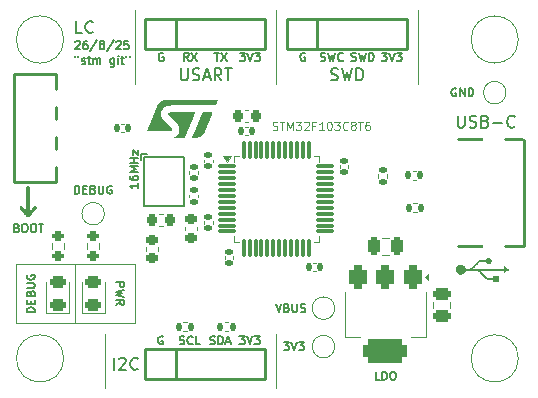
<source format=gbr>
%TF.GenerationSoftware,KiCad,Pcbnew,9.0.3*%
%TF.CreationDate,2025-08-26T21:56:11+08:00*%
%TF.ProjectId,firstm32,66697273-746d-4333-922e-6b696361645f,rev?*%
%TF.SameCoordinates,Original*%
%TF.FileFunction,Legend,Top*%
%TF.FilePolarity,Positive*%
%FSLAX46Y46*%
G04 Gerber Fmt 4.6, Leading zero omitted, Abs format (unit mm)*
G04 Created by KiCad (PCBNEW 9.0.3) date 2025-08-26 21:56:11*
%MOMM*%
%LPD*%
G01*
G04 APERTURE LIST*
G04 Aperture macros list*
%AMRoundRect*
0 Rectangle with rounded corners*
0 $1 Rounding radius*
0 $2 $3 $4 $5 $6 $7 $8 $9 X,Y pos of 4 corners*
0 Add a 4 corners polygon primitive as box body*
4,1,4,$2,$3,$4,$5,$6,$7,$8,$9,$2,$3,0*
0 Add four circle primitives for the rounded corners*
1,1,$1+$1,$2,$3*
1,1,$1+$1,$4,$5*
1,1,$1+$1,$6,$7*
1,1,$1+$1,$8,$9*
0 Add four rect primitives between the rounded corners*
20,1,$1+$1,$2,$3,$4,$5,0*
20,1,$1+$1,$4,$5,$6,$7,0*
20,1,$1+$1,$6,$7,$8,$9,0*
20,1,$1+$1,$8,$9,$2,$3,0*%
G04 Aperture macros list end*
%ADD10C,0.150000*%
%ADD11C,0.100000*%
%ADD12C,0.200000*%
%ADD13C,0.250000*%
%ADD14C,0.000000*%
%ADD15C,0.120000*%
%ADD16C,0.700000*%
%ADD17R,1.100000X0.550000*%
%ADD18R,1.100000X0.300000*%
%ADD19O,2.000000X1.100000*%
%ADD20O,1.800000X1.200000*%
%ADD21RoundRect,0.135000X0.135000X0.185000X-0.135000X0.185000X-0.135000X-0.185000X0.135000X-0.185000X0*%
%ADD22RoundRect,0.135000X-0.135000X-0.185000X0.135000X-0.185000X0.135000X0.185000X-0.135000X0.185000X0*%
%ADD23RoundRect,0.075000X-0.662500X-0.075000X0.662500X-0.075000X0.662500X0.075000X-0.662500X0.075000X0*%
%ADD24RoundRect,0.075000X-0.075000X-0.662500X0.075000X-0.662500X0.075000X0.662500X-0.075000X0.662500X0*%
%ADD25RoundRect,0.140000X-0.140000X-0.170000X0.140000X-0.170000X0.140000X0.170000X-0.140000X0.170000X0*%
%ADD26C,2.200000*%
%ADD27C,1.500000*%
%ADD28RoundRect,0.140000X-0.170000X0.140000X-0.170000X-0.140000X0.170000X-0.140000X0.170000X0.140000X0*%
%ADD29RoundRect,0.243750X0.456250X-0.243750X0.456250X0.243750X-0.456250X0.243750X-0.456250X-0.243750X0*%
%ADD30RoundRect,0.225000X-0.250000X0.225000X-0.250000X-0.225000X0.250000X-0.225000X0.250000X0.225000X0*%
%ADD31RoundRect,0.375000X-0.375000X0.625000X-0.375000X-0.625000X0.375000X-0.625000X0.375000X0.625000X0*%
%ADD32RoundRect,0.500000X-1.400000X0.500000X-1.400000X-0.500000X1.400000X-0.500000X1.400000X0.500000X0*%
%ADD33R,1.700000X1.700000*%
%ADD34C,1.700000*%
%ADD35RoundRect,0.140000X0.140000X0.170000X-0.140000X0.170000X-0.140000X-0.170000X0.140000X-0.170000X0*%
%ADD36RoundRect,0.200000X-0.275000X0.200000X-0.275000X-0.200000X0.275000X-0.200000X0.275000X0.200000X0*%
%ADD37RoundRect,0.225000X-0.225000X-0.250000X0.225000X-0.250000X0.225000X0.250000X-0.225000X0.250000X0*%
%ADD38RoundRect,0.250000X-0.250000X-0.475000X0.250000X-0.475000X0.250000X0.475000X-0.250000X0.475000X0*%
%ADD39RoundRect,0.135000X0.185000X-0.135000X0.185000X0.135000X-0.185000X0.135000X-0.185000X-0.135000X0*%
%ADD40RoundRect,0.250000X0.475000X-0.250000X0.475000X0.250000X-0.475000X0.250000X-0.475000X-0.250000X0*%
%ADD41C,1.100000*%
%ADD42R,2.700000X1.200000*%
%ADD43RoundRect,0.140000X0.170000X-0.140000X0.170000X0.140000X-0.170000X0.140000X-0.170000X-0.140000X0*%
%ADD44R,1.200000X1.400000*%
%ADD45RoundRect,0.218750X0.218750X0.256250X-0.218750X0.256250X-0.218750X-0.256250X0.218750X-0.256250X0*%
G04 APERTURE END LIST*
D10*
X131482017Y-92866033D02*
X131482017Y-92999366D01*
X131748684Y-92866033D02*
X131748684Y-92999366D01*
X132015350Y-93532700D02*
X132082017Y-93566033D01*
X132082017Y-93566033D02*
X132215350Y-93566033D01*
X132215350Y-93566033D02*
X132282017Y-93532700D01*
X132282017Y-93532700D02*
X132315350Y-93466033D01*
X132315350Y-93466033D02*
X132315350Y-93432700D01*
X132315350Y-93432700D02*
X132282017Y-93366033D01*
X132282017Y-93366033D02*
X132215350Y-93332700D01*
X132215350Y-93332700D02*
X132115350Y-93332700D01*
X132115350Y-93332700D02*
X132048683Y-93299366D01*
X132048683Y-93299366D02*
X132015350Y-93232700D01*
X132015350Y-93232700D02*
X132015350Y-93199366D01*
X132015350Y-93199366D02*
X132048683Y-93132700D01*
X132048683Y-93132700D02*
X132115350Y-93099366D01*
X132115350Y-93099366D02*
X132215350Y-93099366D01*
X132215350Y-93099366D02*
X132282017Y-93132700D01*
X132515350Y-93099366D02*
X132782017Y-93099366D01*
X132615350Y-92866033D02*
X132615350Y-93466033D01*
X132615350Y-93466033D02*
X132648684Y-93532700D01*
X132648684Y-93532700D02*
X132715350Y-93566033D01*
X132715350Y-93566033D02*
X132782017Y-93566033D01*
X133015350Y-93566033D02*
X133015350Y-93099366D01*
X133015350Y-93166033D02*
X133048684Y-93132700D01*
X133048684Y-93132700D02*
X133115350Y-93099366D01*
X133115350Y-93099366D02*
X133215350Y-93099366D01*
X133215350Y-93099366D02*
X133282017Y-93132700D01*
X133282017Y-93132700D02*
X133315350Y-93199366D01*
X133315350Y-93199366D02*
X133315350Y-93566033D01*
X133315350Y-93199366D02*
X133348684Y-93132700D01*
X133348684Y-93132700D02*
X133415350Y-93099366D01*
X133415350Y-93099366D02*
X133515350Y-93099366D01*
X133515350Y-93099366D02*
X133582017Y-93132700D01*
X133582017Y-93132700D02*
X133615350Y-93199366D01*
X133615350Y-93199366D02*
X133615350Y-93566033D01*
X134782016Y-93099366D02*
X134782016Y-93666033D01*
X134782016Y-93666033D02*
X134748683Y-93732700D01*
X134748683Y-93732700D02*
X134715350Y-93766033D01*
X134715350Y-93766033D02*
X134648683Y-93799366D01*
X134648683Y-93799366D02*
X134548683Y-93799366D01*
X134548683Y-93799366D02*
X134482016Y-93766033D01*
X134782016Y-93532700D02*
X134715350Y-93566033D01*
X134715350Y-93566033D02*
X134582016Y-93566033D01*
X134582016Y-93566033D02*
X134515350Y-93532700D01*
X134515350Y-93532700D02*
X134482016Y-93499366D01*
X134482016Y-93499366D02*
X134448683Y-93432700D01*
X134448683Y-93432700D02*
X134448683Y-93232700D01*
X134448683Y-93232700D02*
X134482016Y-93166033D01*
X134482016Y-93166033D02*
X134515350Y-93132700D01*
X134515350Y-93132700D02*
X134582016Y-93099366D01*
X134582016Y-93099366D02*
X134715350Y-93099366D01*
X134715350Y-93099366D02*
X134782016Y-93132700D01*
X135115349Y-93566033D02*
X135115349Y-93099366D01*
X135115349Y-92866033D02*
X135082016Y-92899366D01*
X135082016Y-92899366D02*
X135115349Y-92932700D01*
X135115349Y-92932700D02*
X135148683Y-92899366D01*
X135148683Y-92899366D02*
X135115349Y-92866033D01*
X135115349Y-92866033D02*
X135115349Y-92932700D01*
X135348682Y-93099366D02*
X135615349Y-93099366D01*
X135448682Y-92866033D02*
X135448682Y-93466033D01*
X135448682Y-93466033D02*
X135482016Y-93532700D01*
X135482016Y-93532700D02*
X135548682Y-93566033D01*
X135548682Y-93566033D02*
X135615349Y-93566033D01*
X135815349Y-92866033D02*
X135815349Y-92999366D01*
X136082016Y-92866033D02*
X136082016Y-92999366D01*
X131482017Y-91682700D02*
X131515350Y-91649366D01*
X131515350Y-91649366D02*
X131582017Y-91616033D01*
X131582017Y-91616033D02*
X131748684Y-91616033D01*
X131748684Y-91616033D02*
X131815350Y-91649366D01*
X131815350Y-91649366D02*
X131848684Y-91682700D01*
X131848684Y-91682700D02*
X131882017Y-91749366D01*
X131882017Y-91749366D02*
X131882017Y-91816033D01*
X131882017Y-91816033D02*
X131848684Y-91916033D01*
X131848684Y-91916033D02*
X131448684Y-92316033D01*
X131448684Y-92316033D02*
X131882017Y-92316033D01*
X132482017Y-91616033D02*
X132348684Y-91616033D01*
X132348684Y-91616033D02*
X132282017Y-91649366D01*
X132282017Y-91649366D02*
X132248684Y-91682700D01*
X132248684Y-91682700D02*
X132182017Y-91782700D01*
X132182017Y-91782700D02*
X132148684Y-91916033D01*
X132148684Y-91916033D02*
X132148684Y-92182700D01*
X132148684Y-92182700D02*
X132182017Y-92249366D01*
X132182017Y-92249366D02*
X132215351Y-92282700D01*
X132215351Y-92282700D02*
X132282017Y-92316033D01*
X132282017Y-92316033D02*
X132415351Y-92316033D01*
X132415351Y-92316033D02*
X132482017Y-92282700D01*
X132482017Y-92282700D02*
X132515351Y-92249366D01*
X132515351Y-92249366D02*
X132548684Y-92182700D01*
X132548684Y-92182700D02*
X132548684Y-92016033D01*
X132548684Y-92016033D02*
X132515351Y-91949366D01*
X132515351Y-91949366D02*
X132482017Y-91916033D01*
X132482017Y-91916033D02*
X132415351Y-91882700D01*
X132415351Y-91882700D02*
X132282017Y-91882700D01*
X132282017Y-91882700D02*
X132215351Y-91916033D01*
X132215351Y-91916033D02*
X132182017Y-91949366D01*
X132182017Y-91949366D02*
X132148684Y-92016033D01*
X133348684Y-91582700D02*
X132748684Y-92482700D01*
X133682017Y-91916033D02*
X133615351Y-91882700D01*
X133615351Y-91882700D02*
X133582017Y-91849366D01*
X133582017Y-91849366D02*
X133548684Y-91782700D01*
X133548684Y-91782700D02*
X133548684Y-91749366D01*
X133548684Y-91749366D02*
X133582017Y-91682700D01*
X133582017Y-91682700D02*
X133615351Y-91649366D01*
X133615351Y-91649366D02*
X133682017Y-91616033D01*
X133682017Y-91616033D02*
X133815351Y-91616033D01*
X133815351Y-91616033D02*
X133882017Y-91649366D01*
X133882017Y-91649366D02*
X133915351Y-91682700D01*
X133915351Y-91682700D02*
X133948684Y-91749366D01*
X133948684Y-91749366D02*
X133948684Y-91782700D01*
X133948684Y-91782700D02*
X133915351Y-91849366D01*
X133915351Y-91849366D02*
X133882017Y-91882700D01*
X133882017Y-91882700D02*
X133815351Y-91916033D01*
X133815351Y-91916033D02*
X133682017Y-91916033D01*
X133682017Y-91916033D02*
X133615351Y-91949366D01*
X133615351Y-91949366D02*
X133582017Y-91982700D01*
X133582017Y-91982700D02*
X133548684Y-92049366D01*
X133548684Y-92049366D02*
X133548684Y-92182700D01*
X133548684Y-92182700D02*
X133582017Y-92249366D01*
X133582017Y-92249366D02*
X133615351Y-92282700D01*
X133615351Y-92282700D02*
X133682017Y-92316033D01*
X133682017Y-92316033D02*
X133815351Y-92316033D01*
X133815351Y-92316033D02*
X133882017Y-92282700D01*
X133882017Y-92282700D02*
X133915351Y-92249366D01*
X133915351Y-92249366D02*
X133948684Y-92182700D01*
X133948684Y-92182700D02*
X133948684Y-92049366D01*
X133948684Y-92049366D02*
X133915351Y-91982700D01*
X133915351Y-91982700D02*
X133882017Y-91949366D01*
X133882017Y-91949366D02*
X133815351Y-91916033D01*
X134748684Y-91582700D02*
X134148684Y-92482700D01*
X134948684Y-91682700D02*
X134982017Y-91649366D01*
X134982017Y-91649366D02*
X135048684Y-91616033D01*
X135048684Y-91616033D02*
X135215351Y-91616033D01*
X135215351Y-91616033D02*
X135282017Y-91649366D01*
X135282017Y-91649366D02*
X135315351Y-91682700D01*
X135315351Y-91682700D02*
X135348684Y-91749366D01*
X135348684Y-91749366D02*
X135348684Y-91816033D01*
X135348684Y-91816033D02*
X135315351Y-91916033D01*
X135315351Y-91916033D02*
X134915351Y-92316033D01*
X134915351Y-92316033D02*
X135348684Y-92316033D01*
X135982018Y-91616033D02*
X135648684Y-91616033D01*
X135648684Y-91616033D02*
X135615351Y-91949366D01*
X135615351Y-91949366D02*
X135648684Y-91916033D01*
X135648684Y-91916033D02*
X135715351Y-91882700D01*
X135715351Y-91882700D02*
X135882018Y-91882700D01*
X135882018Y-91882700D02*
X135948684Y-91916033D01*
X135948684Y-91916033D02*
X135982018Y-91949366D01*
X135982018Y-91949366D02*
X136015351Y-92016033D01*
X136015351Y-92016033D02*
X136015351Y-92182700D01*
X136015351Y-92182700D02*
X135982018Y-92249366D01*
X135982018Y-92249366D02*
X135948684Y-92282700D01*
X135948684Y-92282700D02*
X135882018Y-92316033D01*
X135882018Y-92316033D02*
X135715351Y-92316033D01*
X135715351Y-92316033D02*
X135648684Y-92282700D01*
X135648684Y-92282700D02*
X135615351Y-92249366D01*
X132062969Y-90954819D02*
X131586779Y-90954819D01*
X131586779Y-90954819D02*
X131586779Y-89954819D01*
X132967731Y-90859580D02*
X132920112Y-90907200D01*
X132920112Y-90907200D02*
X132777255Y-90954819D01*
X132777255Y-90954819D02*
X132682017Y-90954819D01*
X132682017Y-90954819D02*
X132539160Y-90907200D01*
X132539160Y-90907200D02*
X132443922Y-90811961D01*
X132443922Y-90811961D02*
X132396303Y-90716723D01*
X132396303Y-90716723D02*
X132348684Y-90526247D01*
X132348684Y-90526247D02*
X132348684Y-90383390D01*
X132348684Y-90383390D02*
X132396303Y-90192914D01*
X132396303Y-90192914D02*
X132443922Y-90097676D01*
X132443922Y-90097676D02*
X132539160Y-90002438D01*
X132539160Y-90002438D02*
X132682017Y-89954819D01*
X132682017Y-89954819D02*
X132777255Y-89954819D01*
X132777255Y-89954819D02*
X132920112Y-90002438D01*
X132920112Y-90002438D02*
X132967731Y-90050057D01*
X136816033Y-103683333D02*
X136816033Y-104083333D01*
X136816033Y-103883333D02*
X136116033Y-103883333D01*
X136116033Y-103883333D02*
X136216033Y-103950000D01*
X136216033Y-103950000D02*
X136282700Y-104016667D01*
X136282700Y-104016667D02*
X136316033Y-104083333D01*
X136116033Y-103083333D02*
X136116033Y-103216666D01*
X136116033Y-103216666D02*
X136149366Y-103283333D01*
X136149366Y-103283333D02*
X136182700Y-103316666D01*
X136182700Y-103316666D02*
X136282700Y-103383333D01*
X136282700Y-103383333D02*
X136416033Y-103416666D01*
X136416033Y-103416666D02*
X136682700Y-103416666D01*
X136682700Y-103416666D02*
X136749366Y-103383333D01*
X136749366Y-103383333D02*
X136782700Y-103350000D01*
X136782700Y-103350000D02*
X136816033Y-103283333D01*
X136816033Y-103283333D02*
X136816033Y-103150000D01*
X136816033Y-103150000D02*
X136782700Y-103083333D01*
X136782700Y-103083333D02*
X136749366Y-103050000D01*
X136749366Y-103050000D02*
X136682700Y-103016666D01*
X136682700Y-103016666D02*
X136516033Y-103016666D01*
X136516033Y-103016666D02*
X136449366Y-103050000D01*
X136449366Y-103050000D02*
X136416033Y-103083333D01*
X136416033Y-103083333D02*
X136382700Y-103150000D01*
X136382700Y-103150000D02*
X136382700Y-103283333D01*
X136382700Y-103283333D02*
X136416033Y-103350000D01*
X136416033Y-103350000D02*
X136449366Y-103383333D01*
X136449366Y-103383333D02*
X136516033Y-103416666D01*
X136816033Y-102716666D02*
X136116033Y-102716666D01*
X136116033Y-102716666D02*
X136616033Y-102483333D01*
X136616033Y-102483333D02*
X136116033Y-102249999D01*
X136116033Y-102249999D02*
X136816033Y-102249999D01*
X136816033Y-101916666D02*
X136116033Y-101916666D01*
X136449366Y-101916666D02*
X136449366Y-101516666D01*
X136816033Y-101516666D02*
X136116033Y-101516666D01*
X136349366Y-101250000D02*
X136349366Y-100883333D01*
X136349366Y-100883333D02*
X136816033Y-101250000D01*
X136816033Y-101250000D02*
X136816033Y-100883333D01*
X126550001Y-107449366D02*
X126650001Y-107482700D01*
X126650001Y-107482700D02*
X126683334Y-107516033D01*
X126683334Y-107516033D02*
X126716667Y-107582700D01*
X126716667Y-107582700D02*
X126716667Y-107682700D01*
X126716667Y-107682700D02*
X126683334Y-107749366D01*
X126683334Y-107749366D02*
X126650001Y-107782700D01*
X126650001Y-107782700D02*
X126583334Y-107816033D01*
X126583334Y-107816033D02*
X126316667Y-107816033D01*
X126316667Y-107816033D02*
X126316667Y-107116033D01*
X126316667Y-107116033D02*
X126550001Y-107116033D01*
X126550001Y-107116033D02*
X126616667Y-107149366D01*
X126616667Y-107149366D02*
X126650001Y-107182700D01*
X126650001Y-107182700D02*
X126683334Y-107249366D01*
X126683334Y-107249366D02*
X126683334Y-107316033D01*
X126683334Y-107316033D02*
X126650001Y-107382700D01*
X126650001Y-107382700D02*
X126616667Y-107416033D01*
X126616667Y-107416033D02*
X126550001Y-107449366D01*
X126550001Y-107449366D02*
X126316667Y-107449366D01*
X127150001Y-107116033D02*
X127283334Y-107116033D01*
X127283334Y-107116033D02*
X127350001Y-107149366D01*
X127350001Y-107149366D02*
X127416667Y-107216033D01*
X127416667Y-107216033D02*
X127450001Y-107349366D01*
X127450001Y-107349366D02*
X127450001Y-107582700D01*
X127450001Y-107582700D02*
X127416667Y-107716033D01*
X127416667Y-107716033D02*
X127350001Y-107782700D01*
X127350001Y-107782700D02*
X127283334Y-107816033D01*
X127283334Y-107816033D02*
X127150001Y-107816033D01*
X127150001Y-107816033D02*
X127083334Y-107782700D01*
X127083334Y-107782700D02*
X127016667Y-107716033D01*
X127016667Y-107716033D02*
X126983334Y-107582700D01*
X126983334Y-107582700D02*
X126983334Y-107349366D01*
X126983334Y-107349366D02*
X127016667Y-107216033D01*
X127016667Y-107216033D02*
X127083334Y-107149366D01*
X127083334Y-107149366D02*
X127150001Y-107116033D01*
X127883334Y-107116033D02*
X128016667Y-107116033D01*
X128016667Y-107116033D02*
X128083334Y-107149366D01*
X128083334Y-107149366D02*
X128150000Y-107216033D01*
X128150000Y-107216033D02*
X128183334Y-107349366D01*
X128183334Y-107349366D02*
X128183334Y-107582700D01*
X128183334Y-107582700D02*
X128150000Y-107716033D01*
X128150000Y-107716033D02*
X128083334Y-107782700D01*
X128083334Y-107782700D02*
X128016667Y-107816033D01*
X128016667Y-107816033D02*
X127883334Y-107816033D01*
X127883334Y-107816033D02*
X127816667Y-107782700D01*
X127816667Y-107782700D02*
X127750000Y-107716033D01*
X127750000Y-107716033D02*
X127716667Y-107582700D01*
X127716667Y-107582700D02*
X127716667Y-107349366D01*
X127716667Y-107349366D02*
X127750000Y-107216033D01*
X127750000Y-107216033D02*
X127816667Y-107149366D01*
X127816667Y-107149366D02*
X127883334Y-107116033D01*
X128383333Y-107116033D02*
X128783333Y-107116033D01*
X128583333Y-107816033D02*
X128583333Y-107116033D01*
X142900000Y-117282700D02*
X143000000Y-117316033D01*
X143000000Y-117316033D02*
X143166667Y-117316033D01*
X143166667Y-117316033D02*
X143233333Y-117282700D01*
X143233333Y-117282700D02*
X143266667Y-117249366D01*
X143266667Y-117249366D02*
X143300000Y-117182700D01*
X143300000Y-117182700D02*
X143300000Y-117116033D01*
X143300000Y-117116033D02*
X143266667Y-117049366D01*
X143266667Y-117049366D02*
X143233333Y-117016033D01*
X143233333Y-117016033D02*
X143166667Y-116982700D01*
X143166667Y-116982700D02*
X143033333Y-116949366D01*
X143033333Y-116949366D02*
X142966667Y-116916033D01*
X142966667Y-116916033D02*
X142933333Y-116882700D01*
X142933333Y-116882700D02*
X142900000Y-116816033D01*
X142900000Y-116816033D02*
X142900000Y-116749366D01*
X142900000Y-116749366D02*
X142933333Y-116682700D01*
X142933333Y-116682700D02*
X142966667Y-116649366D01*
X142966667Y-116649366D02*
X143033333Y-116616033D01*
X143033333Y-116616033D02*
X143200000Y-116616033D01*
X143200000Y-116616033D02*
X143300000Y-116649366D01*
X143600000Y-117316033D02*
X143600000Y-116616033D01*
X143600000Y-116616033D02*
X143766667Y-116616033D01*
X143766667Y-116616033D02*
X143866667Y-116649366D01*
X143866667Y-116649366D02*
X143933334Y-116716033D01*
X143933334Y-116716033D02*
X143966667Y-116782700D01*
X143966667Y-116782700D02*
X144000000Y-116916033D01*
X144000000Y-116916033D02*
X144000000Y-117016033D01*
X144000000Y-117016033D02*
X143966667Y-117149366D01*
X143966667Y-117149366D02*
X143933334Y-117216033D01*
X143933334Y-117216033D02*
X143866667Y-117282700D01*
X143866667Y-117282700D02*
X143766667Y-117316033D01*
X143766667Y-117316033D02*
X143600000Y-117316033D01*
X144266667Y-117116033D02*
X144600000Y-117116033D01*
X144200000Y-117316033D02*
X144433334Y-116616033D01*
X144433334Y-116616033D02*
X144666667Y-117316033D01*
X145383333Y-116616033D02*
X145816666Y-116616033D01*
X145816666Y-116616033D02*
X145583333Y-116882700D01*
X145583333Y-116882700D02*
X145683333Y-116882700D01*
X145683333Y-116882700D02*
X145749999Y-116916033D01*
X145749999Y-116916033D02*
X145783333Y-116949366D01*
X145783333Y-116949366D02*
X145816666Y-117016033D01*
X145816666Y-117016033D02*
X145816666Y-117182700D01*
X145816666Y-117182700D02*
X145783333Y-117249366D01*
X145783333Y-117249366D02*
X145749999Y-117282700D01*
X145749999Y-117282700D02*
X145683333Y-117316033D01*
X145683333Y-117316033D02*
X145483333Y-117316033D01*
X145483333Y-117316033D02*
X145416666Y-117282700D01*
X145416666Y-117282700D02*
X145383333Y-117249366D01*
X146016666Y-116616033D02*
X146250000Y-117316033D01*
X146250000Y-117316033D02*
X146483333Y-116616033D01*
X146650000Y-116616033D02*
X147083333Y-116616033D01*
X147083333Y-116616033D02*
X146850000Y-116882700D01*
X146850000Y-116882700D02*
X146950000Y-116882700D01*
X146950000Y-116882700D02*
X147016666Y-116916033D01*
X147016666Y-116916033D02*
X147050000Y-116949366D01*
X147050000Y-116949366D02*
X147083333Y-117016033D01*
X147083333Y-117016033D02*
X147083333Y-117182700D01*
X147083333Y-117182700D02*
X147050000Y-117249366D01*
X147050000Y-117249366D02*
X147016666Y-117282700D01*
X147016666Y-117282700D02*
X146950000Y-117316033D01*
X146950000Y-117316033D02*
X146750000Y-117316033D01*
X146750000Y-117316033D02*
X146683333Y-117282700D01*
X146683333Y-117282700D02*
X146650000Y-117249366D01*
X138883333Y-116649366D02*
X138816666Y-116616033D01*
X138816666Y-116616033D02*
X138716666Y-116616033D01*
X138716666Y-116616033D02*
X138616666Y-116649366D01*
X138616666Y-116649366D02*
X138550000Y-116716033D01*
X138550000Y-116716033D02*
X138516666Y-116782700D01*
X138516666Y-116782700D02*
X138483333Y-116916033D01*
X138483333Y-116916033D02*
X138483333Y-117016033D01*
X138483333Y-117016033D02*
X138516666Y-117149366D01*
X138516666Y-117149366D02*
X138550000Y-117216033D01*
X138550000Y-117216033D02*
X138616666Y-117282700D01*
X138616666Y-117282700D02*
X138716666Y-117316033D01*
X138716666Y-117316033D02*
X138783333Y-117316033D01*
X138783333Y-117316033D02*
X138883333Y-117282700D01*
X138883333Y-117282700D02*
X138916666Y-117249366D01*
X138916666Y-117249366D02*
X138916666Y-117016033D01*
X138916666Y-117016033D02*
X138783333Y-117016033D01*
X140316666Y-117282700D02*
X140416666Y-117316033D01*
X140416666Y-117316033D02*
X140583333Y-117316033D01*
X140583333Y-117316033D02*
X140649999Y-117282700D01*
X140649999Y-117282700D02*
X140683333Y-117249366D01*
X140683333Y-117249366D02*
X140716666Y-117182700D01*
X140716666Y-117182700D02*
X140716666Y-117116033D01*
X140716666Y-117116033D02*
X140683333Y-117049366D01*
X140683333Y-117049366D02*
X140649999Y-117016033D01*
X140649999Y-117016033D02*
X140583333Y-116982700D01*
X140583333Y-116982700D02*
X140449999Y-116949366D01*
X140449999Y-116949366D02*
X140383333Y-116916033D01*
X140383333Y-116916033D02*
X140349999Y-116882700D01*
X140349999Y-116882700D02*
X140316666Y-116816033D01*
X140316666Y-116816033D02*
X140316666Y-116749366D01*
X140316666Y-116749366D02*
X140349999Y-116682700D01*
X140349999Y-116682700D02*
X140383333Y-116649366D01*
X140383333Y-116649366D02*
X140449999Y-116616033D01*
X140449999Y-116616033D02*
X140616666Y-116616033D01*
X140616666Y-116616033D02*
X140716666Y-116649366D01*
X141416666Y-117249366D02*
X141383333Y-117282700D01*
X141383333Y-117282700D02*
X141283333Y-117316033D01*
X141283333Y-117316033D02*
X141216666Y-117316033D01*
X141216666Y-117316033D02*
X141116666Y-117282700D01*
X141116666Y-117282700D02*
X141050000Y-117216033D01*
X141050000Y-117216033D02*
X141016666Y-117149366D01*
X141016666Y-117149366D02*
X140983333Y-117016033D01*
X140983333Y-117016033D02*
X140983333Y-116916033D01*
X140983333Y-116916033D02*
X141016666Y-116782700D01*
X141016666Y-116782700D02*
X141050000Y-116716033D01*
X141050000Y-116716033D02*
X141116666Y-116649366D01*
X141116666Y-116649366D02*
X141216666Y-116616033D01*
X141216666Y-116616033D02*
X141283333Y-116616033D01*
X141283333Y-116616033D02*
X141383333Y-116649366D01*
X141383333Y-116649366D02*
X141416666Y-116682700D01*
X142050000Y-117316033D02*
X141716666Y-117316033D01*
X141716666Y-117316033D02*
X141716666Y-116616033D01*
X154850000Y-93282700D02*
X154950000Y-93316033D01*
X154950000Y-93316033D02*
X155116667Y-93316033D01*
X155116667Y-93316033D02*
X155183333Y-93282700D01*
X155183333Y-93282700D02*
X155216667Y-93249366D01*
X155216667Y-93249366D02*
X155250000Y-93182700D01*
X155250000Y-93182700D02*
X155250000Y-93116033D01*
X155250000Y-93116033D02*
X155216667Y-93049366D01*
X155216667Y-93049366D02*
X155183333Y-93016033D01*
X155183333Y-93016033D02*
X155116667Y-92982700D01*
X155116667Y-92982700D02*
X154983333Y-92949366D01*
X154983333Y-92949366D02*
X154916667Y-92916033D01*
X154916667Y-92916033D02*
X154883333Y-92882700D01*
X154883333Y-92882700D02*
X154850000Y-92816033D01*
X154850000Y-92816033D02*
X154850000Y-92749366D01*
X154850000Y-92749366D02*
X154883333Y-92682700D01*
X154883333Y-92682700D02*
X154916667Y-92649366D01*
X154916667Y-92649366D02*
X154983333Y-92616033D01*
X154983333Y-92616033D02*
X155150000Y-92616033D01*
X155150000Y-92616033D02*
X155250000Y-92649366D01*
X155483334Y-92616033D02*
X155650000Y-93316033D01*
X155650000Y-93316033D02*
X155783334Y-92816033D01*
X155783334Y-92816033D02*
X155916667Y-93316033D01*
X155916667Y-93316033D02*
X156083334Y-92616033D01*
X156350000Y-93316033D02*
X156350000Y-92616033D01*
X156350000Y-92616033D02*
X156516667Y-92616033D01*
X156516667Y-92616033D02*
X156616667Y-92649366D01*
X156616667Y-92649366D02*
X156683334Y-92716033D01*
X156683334Y-92716033D02*
X156716667Y-92782700D01*
X156716667Y-92782700D02*
X156750000Y-92916033D01*
X156750000Y-92916033D02*
X156750000Y-93016033D01*
X156750000Y-93016033D02*
X156716667Y-93149366D01*
X156716667Y-93149366D02*
X156683334Y-93216033D01*
X156683334Y-93216033D02*
X156616667Y-93282700D01*
X156616667Y-93282700D02*
X156516667Y-93316033D01*
X156516667Y-93316033D02*
X156350000Y-93316033D01*
X157433333Y-92616033D02*
X157866666Y-92616033D01*
X157866666Y-92616033D02*
X157633333Y-92882700D01*
X157633333Y-92882700D02*
X157733333Y-92882700D01*
X157733333Y-92882700D02*
X157799999Y-92916033D01*
X157799999Y-92916033D02*
X157833333Y-92949366D01*
X157833333Y-92949366D02*
X157866666Y-93016033D01*
X157866666Y-93016033D02*
X157866666Y-93182700D01*
X157866666Y-93182700D02*
X157833333Y-93249366D01*
X157833333Y-93249366D02*
X157799999Y-93282700D01*
X157799999Y-93282700D02*
X157733333Y-93316033D01*
X157733333Y-93316033D02*
X157533333Y-93316033D01*
X157533333Y-93316033D02*
X157466666Y-93282700D01*
X157466666Y-93282700D02*
X157433333Y-93249366D01*
X158066666Y-92616033D02*
X158300000Y-93316033D01*
X158300000Y-93316033D02*
X158533333Y-92616033D01*
X158700000Y-92616033D02*
X159133333Y-92616033D01*
X159133333Y-92616033D02*
X158900000Y-92882700D01*
X158900000Y-92882700D02*
X159000000Y-92882700D01*
X159000000Y-92882700D02*
X159066666Y-92916033D01*
X159066666Y-92916033D02*
X159100000Y-92949366D01*
X159100000Y-92949366D02*
X159133333Y-93016033D01*
X159133333Y-93016033D02*
X159133333Y-93182700D01*
X159133333Y-93182700D02*
X159100000Y-93249366D01*
X159100000Y-93249366D02*
X159066666Y-93282700D01*
X159066666Y-93282700D02*
X159000000Y-93316033D01*
X159000000Y-93316033D02*
X158800000Y-93316033D01*
X158800000Y-93316033D02*
X158733333Y-93282700D01*
X158733333Y-93282700D02*
X158700000Y-93249366D01*
X150933333Y-92649366D02*
X150866666Y-92616033D01*
X150866666Y-92616033D02*
X150766666Y-92616033D01*
X150766666Y-92616033D02*
X150666666Y-92649366D01*
X150666666Y-92649366D02*
X150600000Y-92716033D01*
X150600000Y-92716033D02*
X150566666Y-92782700D01*
X150566666Y-92782700D02*
X150533333Y-92916033D01*
X150533333Y-92916033D02*
X150533333Y-93016033D01*
X150533333Y-93016033D02*
X150566666Y-93149366D01*
X150566666Y-93149366D02*
X150600000Y-93216033D01*
X150600000Y-93216033D02*
X150666666Y-93282700D01*
X150666666Y-93282700D02*
X150766666Y-93316033D01*
X150766666Y-93316033D02*
X150833333Y-93316033D01*
X150833333Y-93316033D02*
X150933333Y-93282700D01*
X150933333Y-93282700D02*
X150966666Y-93249366D01*
X150966666Y-93249366D02*
X150966666Y-93016033D01*
X150966666Y-93016033D02*
X150833333Y-93016033D01*
X152250000Y-93282700D02*
X152350000Y-93316033D01*
X152350000Y-93316033D02*
X152516667Y-93316033D01*
X152516667Y-93316033D02*
X152583333Y-93282700D01*
X152583333Y-93282700D02*
X152616667Y-93249366D01*
X152616667Y-93249366D02*
X152650000Y-93182700D01*
X152650000Y-93182700D02*
X152650000Y-93116033D01*
X152650000Y-93116033D02*
X152616667Y-93049366D01*
X152616667Y-93049366D02*
X152583333Y-93016033D01*
X152583333Y-93016033D02*
X152516667Y-92982700D01*
X152516667Y-92982700D02*
X152383333Y-92949366D01*
X152383333Y-92949366D02*
X152316667Y-92916033D01*
X152316667Y-92916033D02*
X152283333Y-92882700D01*
X152283333Y-92882700D02*
X152250000Y-92816033D01*
X152250000Y-92816033D02*
X152250000Y-92749366D01*
X152250000Y-92749366D02*
X152283333Y-92682700D01*
X152283333Y-92682700D02*
X152316667Y-92649366D01*
X152316667Y-92649366D02*
X152383333Y-92616033D01*
X152383333Y-92616033D02*
X152550000Y-92616033D01*
X152550000Y-92616033D02*
X152650000Y-92649366D01*
X152883334Y-92616033D02*
X153050000Y-93316033D01*
X153050000Y-93316033D02*
X153183334Y-92816033D01*
X153183334Y-92816033D02*
X153316667Y-93316033D01*
X153316667Y-93316033D02*
X153483334Y-92616033D01*
X154150000Y-93249366D02*
X154116667Y-93282700D01*
X154116667Y-93282700D02*
X154016667Y-93316033D01*
X154016667Y-93316033D02*
X153950000Y-93316033D01*
X153950000Y-93316033D02*
X153850000Y-93282700D01*
X153850000Y-93282700D02*
X153783334Y-93216033D01*
X153783334Y-93216033D02*
X153750000Y-93149366D01*
X153750000Y-93149366D02*
X153716667Y-93016033D01*
X153716667Y-93016033D02*
X153716667Y-92916033D01*
X153716667Y-92916033D02*
X153750000Y-92782700D01*
X153750000Y-92782700D02*
X153783334Y-92716033D01*
X153783334Y-92716033D02*
X153850000Y-92649366D01*
X153850000Y-92649366D02*
X153950000Y-92616033D01*
X153950000Y-92616033D02*
X154016667Y-92616033D01*
X154016667Y-92616033D02*
X154116667Y-92649366D01*
X154116667Y-92649366D02*
X154150000Y-92682700D01*
X141083333Y-93316033D02*
X140850000Y-92982700D01*
X140683333Y-93316033D02*
X140683333Y-92616033D01*
X140683333Y-92616033D02*
X140950000Y-92616033D01*
X140950000Y-92616033D02*
X141016667Y-92649366D01*
X141016667Y-92649366D02*
X141050000Y-92682700D01*
X141050000Y-92682700D02*
X141083333Y-92749366D01*
X141083333Y-92749366D02*
X141083333Y-92849366D01*
X141083333Y-92849366D02*
X141050000Y-92916033D01*
X141050000Y-92916033D02*
X141016667Y-92949366D01*
X141016667Y-92949366D02*
X140950000Y-92982700D01*
X140950000Y-92982700D02*
X140683333Y-92982700D01*
X141316667Y-92616033D02*
X141783333Y-93316033D01*
X141783333Y-92616033D02*
X141316667Y-93316033D01*
X143266666Y-92616033D02*
X143666666Y-92616033D01*
X143466666Y-93316033D02*
X143466666Y-92616033D01*
X143833333Y-92616033D02*
X144299999Y-93316033D01*
X144299999Y-92616033D02*
X143833333Y-93316033D01*
X145433333Y-92616033D02*
X145866666Y-92616033D01*
X145866666Y-92616033D02*
X145633333Y-92882700D01*
X145633333Y-92882700D02*
X145733333Y-92882700D01*
X145733333Y-92882700D02*
X145799999Y-92916033D01*
X145799999Y-92916033D02*
X145833333Y-92949366D01*
X145833333Y-92949366D02*
X145866666Y-93016033D01*
X145866666Y-93016033D02*
X145866666Y-93182700D01*
X145866666Y-93182700D02*
X145833333Y-93249366D01*
X145833333Y-93249366D02*
X145799999Y-93282700D01*
X145799999Y-93282700D02*
X145733333Y-93316033D01*
X145733333Y-93316033D02*
X145533333Y-93316033D01*
X145533333Y-93316033D02*
X145466666Y-93282700D01*
X145466666Y-93282700D02*
X145433333Y-93249366D01*
X146066666Y-92616033D02*
X146300000Y-93316033D01*
X146300000Y-93316033D02*
X146533333Y-92616033D01*
X146700000Y-92616033D02*
X147133333Y-92616033D01*
X147133333Y-92616033D02*
X146900000Y-92882700D01*
X146900000Y-92882700D02*
X147000000Y-92882700D01*
X147000000Y-92882700D02*
X147066666Y-92916033D01*
X147066666Y-92916033D02*
X147100000Y-92949366D01*
X147100000Y-92949366D02*
X147133333Y-93016033D01*
X147133333Y-93016033D02*
X147133333Y-93182700D01*
X147133333Y-93182700D02*
X147100000Y-93249366D01*
X147100000Y-93249366D02*
X147066666Y-93282700D01*
X147066666Y-93282700D02*
X147000000Y-93316033D01*
X147000000Y-93316033D02*
X146800000Y-93316033D01*
X146800000Y-93316033D02*
X146733333Y-93282700D01*
X146733333Y-93282700D02*
X146700000Y-93249366D01*
X138933333Y-92649366D02*
X138866666Y-92616033D01*
X138866666Y-92616033D02*
X138766666Y-92616033D01*
X138766666Y-92616033D02*
X138666666Y-92649366D01*
X138666666Y-92649366D02*
X138600000Y-92716033D01*
X138600000Y-92716033D02*
X138566666Y-92782700D01*
X138566666Y-92782700D02*
X138533333Y-92916033D01*
X138533333Y-92916033D02*
X138533333Y-93016033D01*
X138533333Y-93016033D02*
X138566666Y-93149366D01*
X138566666Y-93149366D02*
X138600000Y-93216033D01*
X138600000Y-93216033D02*
X138666666Y-93282700D01*
X138666666Y-93282700D02*
X138766666Y-93316033D01*
X138766666Y-93316033D02*
X138833333Y-93316033D01*
X138833333Y-93316033D02*
X138933333Y-93282700D01*
X138933333Y-93282700D02*
X138966666Y-93249366D01*
X138966666Y-93249366D02*
X138966666Y-93016033D01*
X138966666Y-93016033D02*
X138833333Y-93016033D01*
D11*
X134000000Y-116400000D02*
X134000000Y-121000000D01*
X148500000Y-116400000D02*
X148500000Y-121000000D01*
D10*
X134773810Y-119454819D02*
X134773810Y-118454819D01*
X135202381Y-118550057D02*
X135250000Y-118502438D01*
X135250000Y-118502438D02*
X135345238Y-118454819D01*
X135345238Y-118454819D02*
X135583333Y-118454819D01*
X135583333Y-118454819D02*
X135678571Y-118502438D01*
X135678571Y-118502438D02*
X135726190Y-118550057D01*
X135726190Y-118550057D02*
X135773809Y-118645295D01*
X135773809Y-118645295D02*
X135773809Y-118740533D01*
X135773809Y-118740533D02*
X135726190Y-118883390D01*
X135726190Y-118883390D02*
X135154762Y-119454819D01*
X135154762Y-119454819D02*
X135773809Y-119454819D01*
X136773809Y-119359580D02*
X136726190Y-119407200D01*
X136726190Y-119407200D02*
X136583333Y-119454819D01*
X136583333Y-119454819D02*
X136488095Y-119454819D01*
X136488095Y-119454819D02*
X136345238Y-119407200D01*
X136345238Y-119407200D02*
X136250000Y-119311961D01*
X136250000Y-119311961D02*
X136202381Y-119216723D01*
X136202381Y-119216723D02*
X136154762Y-119026247D01*
X136154762Y-119026247D02*
X136154762Y-118883390D01*
X136154762Y-118883390D02*
X136202381Y-118692914D01*
X136202381Y-118692914D02*
X136250000Y-118597676D01*
X136250000Y-118597676D02*
X136345238Y-118502438D01*
X136345238Y-118502438D02*
X136488095Y-118454819D01*
X136488095Y-118454819D02*
X136583333Y-118454819D01*
X136583333Y-118454819D02*
X136726190Y-118502438D01*
X136726190Y-118502438D02*
X136773809Y-118550057D01*
X140428571Y-93954819D02*
X140428571Y-94764342D01*
X140428571Y-94764342D02*
X140476190Y-94859580D01*
X140476190Y-94859580D02*
X140523809Y-94907200D01*
X140523809Y-94907200D02*
X140619047Y-94954819D01*
X140619047Y-94954819D02*
X140809523Y-94954819D01*
X140809523Y-94954819D02*
X140904761Y-94907200D01*
X140904761Y-94907200D02*
X140952380Y-94859580D01*
X140952380Y-94859580D02*
X140999999Y-94764342D01*
X140999999Y-94764342D02*
X140999999Y-93954819D01*
X141428571Y-94907200D02*
X141571428Y-94954819D01*
X141571428Y-94954819D02*
X141809523Y-94954819D01*
X141809523Y-94954819D02*
X141904761Y-94907200D01*
X141904761Y-94907200D02*
X141952380Y-94859580D01*
X141952380Y-94859580D02*
X141999999Y-94764342D01*
X141999999Y-94764342D02*
X141999999Y-94669104D01*
X141999999Y-94669104D02*
X141952380Y-94573866D01*
X141952380Y-94573866D02*
X141904761Y-94526247D01*
X141904761Y-94526247D02*
X141809523Y-94478628D01*
X141809523Y-94478628D02*
X141619047Y-94431009D01*
X141619047Y-94431009D02*
X141523809Y-94383390D01*
X141523809Y-94383390D02*
X141476190Y-94335771D01*
X141476190Y-94335771D02*
X141428571Y-94240533D01*
X141428571Y-94240533D02*
X141428571Y-94145295D01*
X141428571Y-94145295D02*
X141476190Y-94050057D01*
X141476190Y-94050057D02*
X141523809Y-94002438D01*
X141523809Y-94002438D02*
X141619047Y-93954819D01*
X141619047Y-93954819D02*
X141857142Y-93954819D01*
X141857142Y-93954819D02*
X141999999Y-94002438D01*
X142380952Y-94669104D02*
X142857142Y-94669104D01*
X142285714Y-94954819D02*
X142619047Y-93954819D01*
X142619047Y-93954819D02*
X142952380Y-94954819D01*
X143857142Y-94954819D02*
X143523809Y-94478628D01*
X143285714Y-94954819D02*
X143285714Y-93954819D01*
X143285714Y-93954819D02*
X143666666Y-93954819D01*
X143666666Y-93954819D02*
X143761904Y-94002438D01*
X143761904Y-94002438D02*
X143809523Y-94050057D01*
X143809523Y-94050057D02*
X143857142Y-94145295D01*
X143857142Y-94145295D02*
X143857142Y-94288152D01*
X143857142Y-94288152D02*
X143809523Y-94383390D01*
X143809523Y-94383390D02*
X143761904Y-94431009D01*
X143761904Y-94431009D02*
X143666666Y-94478628D01*
X143666666Y-94478628D02*
X143285714Y-94478628D01*
X144142857Y-93954819D02*
X144714285Y-93954819D01*
X144428571Y-94954819D02*
X144428571Y-93954819D01*
X153142857Y-94907200D02*
X153285714Y-94954819D01*
X153285714Y-94954819D02*
X153523809Y-94954819D01*
X153523809Y-94954819D02*
X153619047Y-94907200D01*
X153619047Y-94907200D02*
X153666666Y-94859580D01*
X153666666Y-94859580D02*
X153714285Y-94764342D01*
X153714285Y-94764342D02*
X153714285Y-94669104D01*
X153714285Y-94669104D02*
X153666666Y-94573866D01*
X153666666Y-94573866D02*
X153619047Y-94526247D01*
X153619047Y-94526247D02*
X153523809Y-94478628D01*
X153523809Y-94478628D02*
X153333333Y-94431009D01*
X153333333Y-94431009D02*
X153238095Y-94383390D01*
X153238095Y-94383390D02*
X153190476Y-94335771D01*
X153190476Y-94335771D02*
X153142857Y-94240533D01*
X153142857Y-94240533D02*
X153142857Y-94145295D01*
X153142857Y-94145295D02*
X153190476Y-94050057D01*
X153190476Y-94050057D02*
X153238095Y-94002438D01*
X153238095Y-94002438D02*
X153333333Y-93954819D01*
X153333333Y-93954819D02*
X153571428Y-93954819D01*
X153571428Y-93954819D02*
X153714285Y-94002438D01*
X154047619Y-93954819D02*
X154285714Y-94954819D01*
X154285714Y-94954819D02*
X154476190Y-94240533D01*
X154476190Y-94240533D02*
X154666666Y-94954819D01*
X154666666Y-94954819D02*
X154904762Y-93954819D01*
X155285714Y-94954819D02*
X155285714Y-93954819D01*
X155285714Y-93954819D02*
X155523809Y-93954819D01*
X155523809Y-93954819D02*
X155666666Y-94002438D01*
X155666666Y-94002438D02*
X155761904Y-94097676D01*
X155761904Y-94097676D02*
X155809523Y-94192914D01*
X155809523Y-94192914D02*
X155857142Y-94383390D01*
X155857142Y-94383390D02*
X155857142Y-94526247D01*
X155857142Y-94526247D02*
X155809523Y-94716723D01*
X155809523Y-94716723D02*
X155761904Y-94811961D01*
X155761904Y-94811961D02*
X155666666Y-94907200D01*
X155666666Y-94907200D02*
X155523809Y-94954819D01*
X155523809Y-94954819D02*
X155285714Y-94954819D01*
D11*
X160500000Y-89000000D02*
X160500000Y-95250000D01*
X136500000Y-89000000D02*
X136500000Y-95250000D01*
X148500000Y-89000000D02*
X148500000Y-95250000D01*
X126500000Y-115500000D02*
X131500000Y-115500000D01*
X131500000Y-110500000D02*
X136500000Y-110500000D01*
X169000000Y-91500000D02*
G75*
G02*
X165000000Y-91500000I-2000000J0D01*
G01*
X165000000Y-91500000D02*
G75*
G02*
X169000000Y-91500000I2000000J0D01*
G01*
X131500000Y-115500000D02*
X136500000Y-115500000D01*
X130500000Y-91500000D02*
G75*
G02*
X126500000Y-91500000I-2000000J0D01*
G01*
X126500000Y-91500000D02*
G75*
G02*
X130500000Y-91500000I2000000J0D01*
G01*
X169000000Y-118500000D02*
G75*
G02*
X165000000Y-118500000I-2000000J0D01*
G01*
X165000000Y-118500000D02*
G75*
G02*
X169000000Y-118500000I2000000J0D01*
G01*
X136500000Y-110500000D02*
X136500000Y-115500000D01*
X131500000Y-110500000D02*
X131500000Y-115500000D01*
X130500000Y-118500000D02*
G75*
G02*
X126500000Y-118500000I-2000000J0D01*
G01*
X126500000Y-118500000D02*
G75*
G02*
X130500000Y-118500000I2000000J0D01*
G01*
X126500000Y-110500000D02*
X126500000Y-115500000D01*
X126500000Y-110500000D02*
X131500000Y-110500000D01*
D10*
X148466666Y-113866033D02*
X148700000Y-114566033D01*
X148700000Y-114566033D02*
X148933333Y-113866033D01*
X149400000Y-114199366D02*
X149500000Y-114232700D01*
X149500000Y-114232700D02*
X149533333Y-114266033D01*
X149533333Y-114266033D02*
X149566666Y-114332700D01*
X149566666Y-114332700D02*
X149566666Y-114432700D01*
X149566666Y-114432700D02*
X149533333Y-114499366D01*
X149533333Y-114499366D02*
X149500000Y-114532700D01*
X149500000Y-114532700D02*
X149433333Y-114566033D01*
X149433333Y-114566033D02*
X149166666Y-114566033D01*
X149166666Y-114566033D02*
X149166666Y-113866033D01*
X149166666Y-113866033D02*
X149400000Y-113866033D01*
X149400000Y-113866033D02*
X149466666Y-113899366D01*
X149466666Y-113899366D02*
X149500000Y-113932700D01*
X149500000Y-113932700D02*
X149533333Y-113999366D01*
X149533333Y-113999366D02*
X149533333Y-114066033D01*
X149533333Y-114066033D02*
X149500000Y-114132700D01*
X149500000Y-114132700D02*
X149466666Y-114166033D01*
X149466666Y-114166033D02*
X149400000Y-114199366D01*
X149400000Y-114199366D02*
X149166666Y-114199366D01*
X149866666Y-113866033D02*
X149866666Y-114432700D01*
X149866666Y-114432700D02*
X149900000Y-114499366D01*
X149900000Y-114499366D02*
X149933333Y-114532700D01*
X149933333Y-114532700D02*
X150000000Y-114566033D01*
X150000000Y-114566033D02*
X150133333Y-114566033D01*
X150133333Y-114566033D02*
X150200000Y-114532700D01*
X150200000Y-114532700D02*
X150233333Y-114499366D01*
X150233333Y-114499366D02*
X150266666Y-114432700D01*
X150266666Y-114432700D02*
X150266666Y-113866033D01*
X150566666Y-114532700D02*
X150666666Y-114566033D01*
X150666666Y-114566033D02*
X150833333Y-114566033D01*
X150833333Y-114566033D02*
X150899999Y-114532700D01*
X150899999Y-114532700D02*
X150933333Y-114499366D01*
X150933333Y-114499366D02*
X150966666Y-114432700D01*
X150966666Y-114432700D02*
X150966666Y-114366033D01*
X150966666Y-114366033D02*
X150933333Y-114299366D01*
X150933333Y-114299366D02*
X150899999Y-114266033D01*
X150899999Y-114266033D02*
X150833333Y-114232700D01*
X150833333Y-114232700D02*
X150699999Y-114199366D01*
X150699999Y-114199366D02*
X150633333Y-114166033D01*
X150633333Y-114166033D02*
X150599999Y-114132700D01*
X150599999Y-114132700D02*
X150566666Y-114066033D01*
X150566666Y-114066033D02*
X150566666Y-113999366D01*
X150566666Y-113999366D02*
X150599999Y-113932700D01*
X150599999Y-113932700D02*
X150633333Y-113899366D01*
X150633333Y-113899366D02*
X150699999Y-113866033D01*
X150699999Y-113866033D02*
X150866666Y-113866033D01*
X150866666Y-113866033D02*
X150966666Y-113899366D01*
X134933966Y-112066666D02*
X135633966Y-112066666D01*
X135633966Y-112066666D02*
X135633966Y-112333333D01*
X135633966Y-112333333D02*
X135600633Y-112400000D01*
X135600633Y-112400000D02*
X135567300Y-112433333D01*
X135567300Y-112433333D02*
X135500633Y-112466666D01*
X135500633Y-112466666D02*
X135400633Y-112466666D01*
X135400633Y-112466666D02*
X135333966Y-112433333D01*
X135333966Y-112433333D02*
X135300633Y-112400000D01*
X135300633Y-112400000D02*
X135267300Y-112333333D01*
X135267300Y-112333333D02*
X135267300Y-112066666D01*
X135633966Y-112700000D02*
X134933966Y-112866666D01*
X134933966Y-112866666D02*
X135433966Y-113000000D01*
X135433966Y-113000000D02*
X134933966Y-113133333D01*
X134933966Y-113133333D02*
X135633966Y-113300000D01*
X134933966Y-113966666D02*
X135267300Y-113733333D01*
X134933966Y-113566666D02*
X135633966Y-113566666D01*
X135633966Y-113566666D02*
X135633966Y-113833333D01*
X135633966Y-113833333D02*
X135600633Y-113900000D01*
X135600633Y-113900000D02*
X135567300Y-113933333D01*
X135567300Y-113933333D02*
X135500633Y-113966666D01*
X135500633Y-113966666D02*
X135400633Y-113966666D01*
X135400633Y-113966666D02*
X135333966Y-113933333D01*
X135333966Y-113933333D02*
X135300633Y-113900000D01*
X135300633Y-113900000D02*
X135267300Y-113833333D01*
X135267300Y-113833333D02*
X135267300Y-113566666D01*
X163716667Y-95649366D02*
X163650000Y-95616033D01*
X163650000Y-95616033D02*
X163550000Y-95616033D01*
X163550000Y-95616033D02*
X163450000Y-95649366D01*
X163450000Y-95649366D02*
X163383334Y-95716033D01*
X163383334Y-95716033D02*
X163350000Y-95782700D01*
X163350000Y-95782700D02*
X163316667Y-95916033D01*
X163316667Y-95916033D02*
X163316667Y-96016033D01*
X163316667Y-96016033D02*
X163350000Y-96149366D01*
X163350000Y-96149366D02*
X163383334Y-96216033D01*
X163383334Y-96216033D02*
X163450000Y-96282700D01*
X163450000Y-96282700D02*
X163550000Y-96316033D01*
X163550000Y-96316033D02*
X163616667Y-96316033D01*
X163616667Y-96316033D02*
X163716667Y-96282700D01*
X163716667Y-96282700D02*
X163750000Y-96249366D01*
X163750000Y-96249366D02*
X163750000Y-96016033D01*
X163750000Y-96016033D02*
X163616667Y-96016033D01*
X164050000Y-96316033D02*
X164050000Y-95616033D01*
X164050000Y-95616033D02*
X164450000Y-96316033D01*
X164450000Y-96316033D02*
X164450000Y-95616033D01*
X164783333Y-96316033D02*
X164783333Y-95616033D01*
X164783333Y-95616033D02*
X164950000Y-95616033D01*
X164950000Y-95616033D02*
X165050000Y-95649366D01*
X165050000Y-95649366D02*
X165116667Y-95716033D01*
X165116667Y-95716033D02*
X165150000Y-95782700D01*
X165150000Y-95782700D02*
X165183333Y-95916033D01*
X165183333Y-95916033D02*
X165183333Y-96016033D01*
X165183333Y-96016033D02*
X165150000Y-96149366D01*
X165150000Y-96149366D02*
X165116667Y-96216033D01*
X165116667Y-96216033D02*
X165050000Y-96282700D01*
X165050000Y-96282700D02*
X164950000Y-96316033D01*
X164950000Y-96316033D02*
X164783333Y-96316033D01*
X131433333Y-104566033D02*
X131433333Y-103866033D01*
X131433333Y-103866033D02*
X131600000Y-103866033D01*
X131600000Y-103866033D02*
X131700000Y-103899366D01*
X131700000Y-103899366D02*
X131766667Y-103966033D01*
X131766667Y-103966033D02*
X131800000Y-104032700D01*
X131800000Y-104032700D02*
X131833333Y-104166033D01*
X131833333Y-104166033D02*
X131833333Y-104266033D01*
X131833333Y-104266033D02*
X131800000Y-104399366D01*
X131800000Y-104399366D02*
X131766667Y-104466033D01*
X131766667Y-104466033D02*
X131700000Y-104532700D01*
X131700000Y-104532700D02*
X131600000Y-104566033D01*
X131600000Y-104566033D02*
X131433333Y-104566033D01*
X132133333Y-104199366D02*
X132366667Y-104199366D01*
X132466667Y-104566033D02*
X132133333Y-104566033D01*
X132133333Y-104566033D02*
X132133333Y-103866033D01*
X132133333Y-103866033D02*
X132466667Y-103866033D01*
X133000000Y-104199366D02*
X133100000Y-104232700D01*
X133100000Y-104232700D02*
X133133333Y-104266033D01*
X133133333Y-104266033D02*
X133166666Y-104332700D01*
X133166666Y-104332700D02*
X133166666Y-104432700D01*
X133166666Y-104432700D02*
X133133333Y-104499366D01*
X133133333Y-104499366D02*
X133100000Y-104532700D01*
X133100000Y-104532700D02*
X133033333Y-104566033D01*
X133033333Y-104566033D02*
X132766666Y-104566033D01*
X132766666Y-104566033D02*
X132766666Y-103866033D01*
X132766666Y-103866033D02*
X133000000Y-103866033D01*
X133000000Y-103866033D02*
X133066666Y-103899366D01*
X133066666Y-103899366D02*
X133100000Y-103932700D01*
X133100000Y-103932700D02*
X133133333Y-103999366D01*
X133133333Y-103999366D02*
X133133333Y-104066033D01*
X133133333Y-104066033D02*
X133100000Y-104132700D01*
X133100000Y-104132700D02*
X133066666Y-104166033D01*
X133066666Y-104166033D02*
X133000000Y-104199366D01*
X133000000Y-104199366D02*
X132766666Y-104199366D01*
X133466666Y-103866033D02*
X133466666Y-104432700D01*
X133466666Y-104432700D02*
X133500000Y-104499366D01*
X133500000Y-104499366D02*
X133533333Y-104532700D01*
X133533333Y-104532700D02*
X133600000Y-104566033D01*
X133600000Y-104566033D02*
X133733333Y-104566033D01*
X133733333Y-104566033D02*
X133800000Y-104532700D01*
X133800000Y-104532700D02*
X133833333Y-104499366D01*
X133833333Y-104499366D02*
X133866666Y-104432700D01*
X133866666Y-104432700D02*
X133866666Y-103866033D01*
X134566666Y-103899366D02*
X134499999Y-103866033D01*
X134499999Y-103866033D02*
X134399999Y-103866033D01*
X134399999Y-103866033D02*
X134299999Y-103899366D01*
X134299999Y-103899366D02*
X134233333Y-103966033D01*
X134233333Y-103966033D02*
X134199999Y-104032700D01*
X134199999Y-104032700D02*
X134166666Y-104166033D01*
X134166666Y-104166033D02*
X134166666Y-104266033D01*
X134166666Y-104266033D02*
X134199999Y-104399366D01*
X134199999Y-104399366D02*
X134233333Y-104466033D01*
X134233333Y-104466033D02*
X134299999Y-104532700D01*
X134299999Y-104532700D02*
X134399999Y-104566033D01*
X134399999Y-104566033D02*
X134466666Y-104566033D01*
X134466666Y-104566033D02*
X134566666Y-104532700D01*
X134566666Y-104532700D02*
X134599999Y-104499366D01*
X134599999Y-104499366D02*
X134599999Y-104266033D01*
X134599999Y-104266033D02*
X134466666Y-104266033D01*
X157250000Y-120316033D02*
X156916666Y-120316033D01*
X156916666Y-120316033D02*
X156916666Y-119616033D01*
X157483333Y-120316033D02*
X157483333Y-119616033D01*
X157483333Y-119616033D02*
X157650000Y-119616033D01*
X157650000Y-119616033D02*
X157750000Y-119649366D01*
X157750000Y-119649366D02*
X157816667Y-119716033D01*
X157816667Y-119716033D02*
X157850000Y-119782700D01*
X157850000Y-119782700D02*
X157883333Y-119916033D01*
X157883333Y-119916033D02*
X157883333Y-120016033D01*
X157883333Y-120016033D02*
X157850000Y-120149366D01*
X157850000Y-120149366D02*
X157816667Y-120216033D01*
X157816667Y-120216033D02*
X157750000Y-120282700D01*
X157750000Y-120282700D02*
X157650000Y-120316033D01*
X157650000Y-120316033D02*
X157483333Y-120316033D01*
X158316667Y-119616033D02*
X158450000Y-119616033D01*
X158450000Y-119616033D02*
X158516667Y-119649366D01*
X158516667Y-119649366D02*
X158583333Y-119716033D01*
X158583333Y-119716033D02*
X158616667Y-119849366D01*
X158616667Y-119849366D02*
X158616667Y-120082700D01*
X158616667Y-120082700D02*
X158583333Y-120216033D01*
X158583333Y-120216033D02*
X158516667Y-120282700D01*
X158516667Y-120282700D02*
X158450000Y-120316033D01*
X158450000Y-120316033D02*
X158316667Y-120316033D01*
X158316667Y-120316033D02*
X158250000Y-120282700D01*
X158250000Y-120282700D02*
X158183333Y-120216033D01*
X158183333Y-120216033D02*
X158150000Y-120082700D01*
X158150000Y-120082700D02*
X158150000Y-119849366D01*
X158150000Y-119849366D02*
X158183333Y-119716033D01*
X158183333Y-119716033D02*
X158250000Y-119649366D01*
X158250000Y-119649366D02*
X158316667Y-119616033D01*
D11*
X148199122Y-99125800D02*
X148299122Y-99159133D01*
X148299122Y-99159133D02*
X148465789Y-99159133D01*
X148465789Y-99159133D02*
X148532455Y-99125800D01*
X148532455Y-99125800D02*
X148565789Y-99092466D01*
X148565789Y-99092466D02*
X148599122Y-99025800D01*
X148599122Y-99025800D02*
X148599122Y-98959133D01*
X148599122Y-98959133D02*
X148565789Y-98892466D01*
X148565789Y-98892466D02*
X148532455Y-98859133D01*
X148532455Y-98859133D02*
X148465789Y-98825800D01*
X148465789Y-98825800D02*
X148332455Y-98792466D01*
X148332455Y-98792466D02*
X148265789Y-98759133D01*
X148265789Y-98759133D02*
X148232455Y-98725800D01*
X148232455Y-98725800D02*
X148199122Y-98659133D01*
X148199122Y-98659133D02*
X148199122Y-98592466D01*
X148199122Y-98592466D02*
X148232455Y-98525800D01*
X148232455Y-98525800D02*
X148265789Y-98492466D01*
X148265789Y-98492466D02*
X148332455Y-98459133D01*
X148332455Y-98459133D02*
X148499122Y-98459133D01*
X148499122Y-98459133D02*
X148599122Y-98492466D01*
X148799122Y-98459133D02*
X149199122Y-98459133D01*
X148999122Y-99159133D02*
X148999122Y-98459133D01*
X149432455Y-99159133D02*
X149432455Y-98459133D01*
X149432455Y-98459133D02*
X149665789Y-98959133D01*
X149665789Y-98959133D02*
X149899122Y-98459133D01*
X149899122Y-98459133D02*
X149899122Y-99159133D01*
X150165789Y-98459133D02*
X150599122Y-98459133D01*
X150599122Y-98459133D02*
X150365789Y-98725800D01*
X150365789Y-98725800D02*
X150465789Y-98725800D01*
X150465789Y-98725800D02*
X150532455Y-98759133D01*
X150532455Y-98759133D02*
X150565789Y-98792466D01*
X150565789Y-98792466D02*
X150599122Y-98859133D01*
X150599122Y-98859133D02*
X150599122Y-99025800D01*
X150599122Y-99025800D02*
X150565789Y-99092466D01*
X150565789Y-99092466D02*
X150532455Y-99125800D01*
X150532455Y-99125800D02*
X150465789Y-99159133D01*
X150465789Y-99159133D02*
X150265789Y-99159133D01*
X150265789Y-99159133D02*
X150199122Y-99125800D01*
X150199122Y-99125800D02*
X150165789Y-99092466D01*
X150865789Y-98525800D02*
X150899122Y-98492466D01*
X150899122Y-98492466D02*
X150965789Y-98459133D01*
X150965789Y-98459133D02*
X151132456Y-98459133D01*
X151132456Y-98459133D02*
X151199122Y-98492466D01*
X151199122Y-98492466D02*
X151232456Y-98525800D01*
X151232456Y-98525800D02*
X151265789Y-98592466D01*
X151265789Y-98592466D02*
X151265789Y-98659133D01*
X151265789Y-98659133D02*
X151232456Y-98759133D01*
X151232456Y-98759133D02*
X150832456Y-99159133D01*
X150832456Y-99159133D02*
X151265789Y-99159133D01*
X151799123Y-98792466D02*
X151565789Y-98792466D01*
X151565789Y-99159133D02*
X151565789Y-98459133D01*
X151565789Y-98459133D02*
X151899123Y-98459133D01*
X152532456Y-99159133D02*
X152132456Y-99159133D01*
X152332456Y-99159133D02*
X152332456Y-98459133D01*
X152332456Y-98459133D02*
X152265789Y-98559133D01*
X152265789Y-98559133D02*
X152199123Y-98625800D01*
X152199123Y-98625800D02*
X152132456Y-98659133D01*
X152965790Y-98459133D02*
X153032456Y-98459133D01*
X153032456Y-98459133D02*
X153099123Y-98492466D01*
X153099123Y-98492466D02*
X153132456Y-98525800D01*
X153132456Y-98525800D02*
X153165790Y-98592466D01*
X153165790Y-98592466D02*
X153199123Y-98725800D01*
X153199123Y-98725800D02*
X153199123Y-98892466D01*
X153199123Y-98892466D02*
X153165790Y-99025800D01*
X153165790Y-99025800D02*
X153132456Y-99092466D01*
X153132456Y-99092466D02*
X153099123Y-99125800D01*
X153099123Y-99125800D02*
X153032456Y-99159133D01*
X153032456Y-99159133D02*
X152965790Y-99159133D01*
X152965790Y-99159133D02*
X152899123Y-99125800D01*
X152899123Y-99125800D02*
X152865790Y-99092466D01*
X152865790Y-99092466D02*
X152832456Y-99025800D01*
X152832456Y-99025800D02*
X152799123Y-98892466D01*
X152799123Y-98892466D02*
X152799123Y-98725800D01*
X152799123Y-98725800D02*
X152832456Y-98592466D01*
X152832456Y-98592466D02*
X152865790Y-98525800D01*
X152865790Y-98525800D02*
X152899123Y-98492466D01*
X152899123Y-98492466D02*
X152965790Y-98459133D01*
X153432457Y-98459133D02*
X153865790Y-98459133D01*
X153865790Y-98459133D02*
X153632457Y-98725800D01*
X153632457Y-98725800D02*
X153732457Y-98725800D01*
X153732457Y-98725800D02*
X153799123Y-98759133D01*
X153799123Y-98759133D02*
X153832457Y-98792466D01*
X153832457Y-98792466D02*
X153865790Y-98859133D01*
X153865790Y-98859133D02*
X153865790Y-99025800D01*
X153865790Y-99025800D02*
X153832457Y-99092466D01*
X153832457Y-99092466D02*
X153799123Y-99125800D01*
X153799123Y-99125800D02*
X153732457Y-99159133D01*
X153732457Y-99159133D02*
X153532457Y-99159133D01*
X153532457Y-99159133D02*
X153465790Y-99125800D01*
X153465790Y-99125800D02*
X153432457Y-99092466D01*
X154565790Y-99092466D02*
X154532457Y-99125800D01*
X154532457Y-99125800D02*
X154432457Y-99159133D01*
X154432457Y-99159133D02*
X154365790Y-99159133D01*
X154365790Y-99159133D02*
X154265790Y-99125800D01*
X154265790Y-99125800D02*
X154199124Y-99059133D01*
X154199124Y-99059133D02*
X154165790Y-98992466D01*
X154165790Y-98992466D02*
X154132457Y-98859133D01*
X154132457Y-98859133D02*
X154132457Y-98759133D01*
X154132457Y-98759133D02*
X154165790Y-98625800D01*
X154165790Y-98625800D02*
X154199124Y-98559133D01*
X154199124Y-98559133D02*
X154265790Y-98492466D01*
X154265790Y-98492466D02*
X154365790Y-98459133D01*
X154365790Y-98459133D02*
X154432457Y-98459133D01*
X154432457Y-98459133D02*
X154532457Y-98492466D01*
X154532457Y-98492466D02*
X154565790Y-98525800D01*
X154965790Y-98759133D02*
X154899124Y-98725800D01*
X154899124Y-98725800D02*
X154865790Y-98692466D01*
X154865790Y-98692466D02*
X154832457Y-98625800D01*
X154832457Y-98625800D02*
X154832457Y-98592466D01*
X154832457Y-98592466D02*
X154865790Y-98525800D01*
X154865790Y-98525800D02*
X154899124Y-98492466D01*
X154899124Y-98492466D02*
X154965790Y-98459133D01*
X154965790Y-98459133D02*
X155099124Y-98459133D01*
X155099124Y-98459133D02*
X155165790Y-98492466D01*
X155165790Y-98492466D02*
X155199124Y-98525800D01*
X155199124Y-98525800D02*
X155232457Y-98592466D01*
X155232457Y-98592466D02*
X155232457Y-98625800D01*
X155232457Y-98625800D02*
X155199124Y-98692466D01*
X155199124Y-98692466D02*
X155165790Y-98725800D01*
X155165790Y-98725800D02*
X155099124Y-98759133D01*
X155099124Y-98759133D02*
X154965790Y-98759133D01*
X154965790Y-98759133D02*
X154899124Y-98792466D01*
X154899124Y-98792466D02*
X154865790Y-98825800D01*
X154865790Y-98825800D02*
X154832457Y-98892466D01*
X154832457Y-98892466D02*
X154832457Y-99025800D01*
X154832457Y-99025800D02*
X154865790Y-99092466D01*
X154865790Y-99092466D02*
X154899124Y-99125800D01*
X154899124Y-99125800D02*
X154965790Y-99159133D01*
X154965790Y-99159133D02*
X155099124Y-99159133D01*
X155099124Y-99159133D02*
X155165790Y-99125800D01*
X155165790Y-99125800D02*
X155199124Y-99092466D01*
X155199124Y-99092466D02*
X155232457Y-99025800D01*
X155232457Y-99025800D02*
X155232457Y-98892466D01*
X155232457Y-98892466D02*
X155199124Y-98825800D01*
X155199124Y-98825800D02*
X155165790Y-98792466D01*
X155165790Y-98792466D02*
X155099124Y-98759133D01*
X155432457Y-98459133D02*
X155832457Y-98459133D01*
X155632457Y-99159133D02*
X155632457Y-98459133D01*
X156365790Y-98459133D02*
X156232457Y-98459133D01*
X156232457Y-98459133D02*
X156165790Y-98492466D01*
X156165790Y-98492466D02*
X156132457Y-98525800D01*
X156132457Y-98525800D02*
X156065790Y-98625800D01*
X156065790Y-98625800D02*
X156032457Y-98759133D01*
X156032457Y-98759133D02*
X156032457Y-99025800D01*
X156032457Y-99025800D02*
X156065790Y-99092466D01*
X156065790Y-99092466D02*
X156099124Y-99125800D01*
X156099124Y-99125800D02*
X156165790Y-99159133D01*
X156165790Y-99159133D02*
X156299124Y-99159133D01*
X156299124Y-99159133D02*
X156365790Y-99125800D01*
X156365790Y-99125800D02*
X156399124Y-99092466D01*
X156399124Y-99092466D02*
X156432457Y-99025800D01*
X156432457Y-99025800D02*
X156432457Y-98859133D01*
X156432457Y-98859133D02*
X156399124Y-98792466D01*
X156399124Y-98792466D02*
X156365790Y-98759133D01*
X156365790Y-98759133D02*
X156299124Y-98725800D01*
X156299124Y-98725800D02*
X156165790Y-98725800D01*
X156165790Y-98725800D02*
X156099124Y-98759133D01*
X156099124Y-98759133D02*
X156065790Y-98792466D01*
X156065790Y-98792466D02*
X156032457Y-98859133D01*
D10*
X128066033Y-114566666D02*
X127366033Y-114566666D01*
X127366033Y-114566666D02*
X127366033Y-114399999D01*
X127366033Y-114399999D02*
X127399366Y-114299999D01*
X127399366Y-114299999D02*
X127466033Y-114233333D01*
X127466033Y-114233333D02*
X127532700Y-114199999D01*
X127532700Y-114199999D02*
X127666033Y-114166666D01*
X127666033Y-114166666D02*
X127766033Y-114166666D01*
X127766033Y-114166666D02*
X127899366Y-114199999D01*
X127899366Y-114199999D02*
X127966033Y-114233333D01*
X127966033Y-114233333D02*
X128032700Y-114299999D01*
X128032700Y-114299999D02*
X128066033Y-114399999D01*
X128066033Y-114399999D02*
X128066033Y-114566666D01*
X127699366Y-113866666D02*
X127699366Y-113633333D01*
X128066033Y-113533333D02*
X128066033Y-113866666D01*
X128066033Y-113866666D02*
X127366033Y-113866666D01*
X127366033Y-113866666D02*
X127366033Y-113533333D01*
X127699366Y-113000000D02*
X127732700Y-112900000D01*
X127732700Y-112900000D02*
X127766033Y-112866666D01*
X127766033Y-112866666D02*
X127832700Y-112833333D01*
X127832700Y-112833333D02*
X127932700Y-112833333D01*
X127932700Y-112833333D02*
X127999366Y-112866666D01*
X127999366Y-112866666D02*
X128032700Y-112900000D01*
X128032700Y-112900000D02*
X128066033Y-112966666D01*
X128066033Y-112966666D02*
X128066033Y-113233333D01*
X128066033Y-113233333D02*
X127366033Y-113233333D01*
X127366033Y-113233333D02*
X127366033Y-113000000D01*
X127366033Y-113000000D02*
X127399366Y-112933333D01*
X127399366Y-112933333D02*
X127432700Y-112900000D01*
X127432700Y-112900000D02*
X127499366Y-112866666D01*
X127499366Y-112866666D02*
X127566033Y-112866666D01*
X127566033Y-112866666D02*
X127632700Y-112900000D01*
X127632700Y-112900000D02*
X127666033Y-112933333D01*
X127666033Y-112933333D02*
X127699366Y-113000000D01*
X127699366Y-113000000D02*
X127699366Y-113233333D01*
X127366033Y-112533333D02*
X127932700Y-112533333D01*
X127932700Y-112533333D02*
X127999366Y-112500000D01*
X127999366Y-112500000D02*
X128032700Y-112466666D01*
X128032700Y-112466666D02*
X128066033Y-112400000D01*
X128066033Y-112400000D02*
X128066033Y-112266666D01*
X128066033Y-112266666D02*
X128032700Y-112200000D01*
X128032700Y-112200000D02*
X127999366Y-112166666D01*
X127999366Y-112166666D02*
X127932700Y-112133333D01*
X127932700Y-112133333D02*
X127366033Y-112133333D01*
X127399366Y-111433333D02*
X127366033Y-111500000D01*
X127366033Y-111500000D02*
X127366033Y-111600000D01*
X127366033Y-111600000D02*
X127399366Y-111700000D01*
X127399366Y-111700000D02*
X127466033Y-111766667D01*
X127466033Y-111766667D02*
X127532700Y-111800000D01*
X127532700Y-111800000D02*
X127666033Y-111833333D01*
X127666033Y-111833333D02*
X127766033Y-111833333D01*
X127766033Y-111833333D02*
X127899366Y-111800000D01*
X127899366Y-111800000D02*
X127966033Y-111766667D01*
X127966033Y-111766667D02*
X128032700Y-111700000D01*
X128032700Y-111700000D02*
X128066033Y-111600000D01*
X128066033Y-111600000D02*
X128066033Y-111533333D01*
X128066033Y-111533333D02*
X128032700Y-111433333D01*
X128032700Y-111433333D02*
X127999366Y-111400000D01*
X127999366Y-111400000D02*
X127766033Y-111400000D01*
X127766033Y-111400000D02*
X127766033Y-111533333D01*
D12*
X163869048Y-97952219D02*
X163869048Y-98761742D01*
X163869048Y-98761742D02*
X163916667Y-98856980D01*
X163916667Y-98856980D02*
X163964286Y-98904600D01*
X163964286Y-98904600D02*
X164059524Y-98952219D01*
X164059524Y-98952219D02*
X164250000Y-98952219D01*
X164250000Y-98952219D02*
X164345238Y-98904600D01*
X164345238Y-98904600D02*
X164392857Y-98856980D01*
X164392857Y-98856980D02*
X164440476Y-98761742D01*
X164440476Y-98761742D02*
X164440476Y-97952219D01*
X164869048Y-98904600D02*
X165011905Y-98952219D01*
X165011905Y-98952219D02*
X165250000Y-98952219D01*
X165250000Y-98952219D02*
X165345238Y-98904600D01*
X165345238Y-98904600D02*
X165392857Y-98856980D01*
X165392857Y-98856980D02*
X165440476Y-98761742D01*
X165440476Y-98761742D02*
X165440476Y-98666504D01*
X165440476Y-98666504D02*
X165392857Y-98571266D01*
X165392857Y-98571266D02*
X165345238Y-98523647D01*
X165345238Y-98523647D02*
X165250000Y-98476028D01*
X165250000Y-98476028D02*
X165059524Y-98428409D01*
X165059524Y-98428409D02*
X164964286Y-98380790D01*
X164964286Y-98380790D02*
X164916667Y-98333171D01*
X164916667Y-98333171D02*
X164869048Y-98237933D01*
X164869048Y-98237933D02*
X164869048Y-98142695D01*
X164869048Y-98142695D02*
X164916667Y-98047457D01*
X164916667Y-98047457D02*
X164964286Y-97999838D01*
X164964286Y-97999838D02*
X165059524Y-97952219D01*
X165059524Y-97952219D02*
X165297619Y-97952219D01*
X165297619Y-97952219D02*
X165440476Y-97999838D01*
X166202381Y-98428409D02*
X166345238Y-98476028D01*
X166345238Y-98476028D02*
X166392857Y-98523647D01*
X166392857Y-98523647D02*
X166440476Y-98618885D01*
X166440476Y-98618885D02*
X166440476Y-98761742D01*
X166440476Y-98761742D02*
X166392857Y-98856980D01*
X166392857Y-98856980D02*
X166345238Y-98904600D01*
X166345238Y-98904600D02*
X166250000Y-98952219D01*
X166250000Y-98952219D02*
X165869048Y-98952219D01*
X165869048Y-98952219D02*
X165869048Y-97952219D01*
X165869048Y-97952219D02*
X166202381Y-97952219D01*
X166202381Y-97952219D02*
X166297619Y-97999838D01*
X166297619Y-97999838D02*
X166345238Y-98047457D01*
X166345238Y-98047457D02*
X166392857Y-98142695D01*
X166392857Y-98142695D02*
X166392857Y-98237933D01*
X166392857Y-98237933D02*
X166345238Y-98333171D01*
X166345238Y-98333171D02*
X166297619Y-98380790D01*
X166297619Y-98380790D02*
X166202381Y-98428409D01*
X166202381Y-98428409D02*
X165869048Y-98428409D01*
X166869048Y-98571266D02*
X167630953Y-98571266D01*
X168678571Y-98856980D02*
X168630952Y-98904600D01*
X168630952Y-98904600D02*
X168488095Y-98952219D01*
X168488095Y-98952219D02*
X168392857Y-98952219D01*
X168392857Y-98952219D02*
X168250000Y-98904600D01*
X168250000Y-98904600D02*
X168154762Y-98809361D01*
X168154762Y-98809361D02*
X168107143Y-98714123D01*
X168107143Y-98714123D02*
X168059524Y-98523647D01*
X168059524Y-98523647D02*
X168059524Y-98380790D01*
X168059524Y-98380790D02*
X168107143Y-98190314D01*
X168107143Y-98190314D02*
X168154762Y-98095076D01*
X168154762Y-98095076D02*
X168250000Y-97999838D01*
X168250000Y-97999838D02*
X168392857Y-97952219D01*
X168392857Y-97952219D02*
X168488095Y-97952219D01*
X168488095Y-97952219D02*
X168630952Y-97999838D01*
X168630952Y-97999838D02*
X168678571Y-98047457D01*
D10*
X149133333Y-117116033D02*
X149566666Y-117116033D01*
X149566666Y-117116033D02*
X149333333Y-117382700D01*
X149333333Y-117382700D02*
X149433333Y-117382700D01*
X149433333Y-117382700D02*
X149499999Y-117416033D01*
X149499999Y-117416033D02*
X149533333Y-117449366D01*
X149533333Y-117449366D02*
X149566666Y-117516033D01*
X149566666Y-117516033D02*
X149566666Y-117682700D01*
X149566666Y-117682700D02*
X149533333Y-117749366D01*
X149533333Y-117749366D02*
X149499999Y-117782700D01*
X149499999Y-117782700D02*
X149433333Y-117816033D01*
X149433333Y-117816033D02*
X149233333Y-117816033D01*
X149233333Y-117816033D02*
X149166666Y-117782700D01*
X149166666Y-117782700D02*
X149133333Y-117749366D01*
X149766666Y-117116033D02*
X150000000Y-117816033D01*
X150000000Y-117816033D02*
X150233333Y-117116033D01*
X150400000Y-117116033D02*
X150833333Y-117116033D01*
X150833333Y-117116033D02*
X150600000Y-117382700D01*
X150600000Y-117382700D02*
X150700000Y-117382700D01*
X150700000Y-117382700D02*
X150766666Y-117416033D01*
X150766666Y-117416033D02*
X150800000Y-117449366D01*
X150800000Y-117449366D02*
X150833333Y-117516033D01*
X150833333Y-117516033D02*
X150833333Y-117682700D01*
X150833333Y-117682700D02*
X150800000Y-117749366D01*
X150800000Y-117749366D02*
X150766666Y-117782700D01*
X150766666Y-117782700D02*
X150700000Y-117816033D01*
X150700000Y-117816033D02*
X150500000Y-117816033D01*
X150500000Y-117816033D02*
X150433333Y-117782700D01*
X150433333Y-117782700D02*
X150400000Y-117749366D01*
D13*
%TO.C,J1*%
X165890000Y-99930000D02*
X163900000Y-99930000D01*
X165890000Y-109000000D02*
X163900000Y-109000000D01*
X169320000Y-99930000D02*
X167850000Y-99930000D01*
X169470000Y-100000000D02*
X169470000Y-109000000D01*
X169470000Y-109000000D02*
X167850000Y-109000000D01*
D14*
%TO.C,G\u002A\u002A\u002A*%
G36*
X140218240Y-97673790D02*
G01*
X140320534Y-97673829D01*
X140429644Y-97673895D01*
X140540330Y-97673985D01*
X141587473Y-97674925D01*
X141597224Y-97682143D01*
X141609250Y-97695099D01*
X141615421Y-97711389D01*
X141616145Y-97721132D01*
X141614780Y-97725727D01*
X141610747Y-97736685D01*
X141604047Y-97754003D01*
X141594685Y-97777673D01*
X141582661Y-97807690D01*
X141567979Y-97844048D01*
X141550640Y-97886741D01*
X141530648Y-97935762D01*
X141508005Y-97991107D01*
X141482713Y-98052769D01*
X141454774Y-98120742D01*
X141424192Y-98195021D01*
X141390968Y-98275598D01*
X141355105Y-98362469D01*
X141316605Y-98455627D01*
X141275471Y-98555066D01*
X141231706Y-98660781D01*
X141199577Y-98738339D01*
X141166535Y-98818068D01*
X141134156Y-98896169D01*
X141102542Y-98972400D01*
X141071792Y-99046519D01*
X141042007Y-99118282D01*
X141013290Y-99187449D01*
X140985740Y-99253775D01*
X140959459Y-99317018D01*
X140934547Y-99376936D01*
X140911106Y-99433286D01*
X140889237Y-99485826D01*
X140869040Y-99534312D01*
X140850616Y-99578503D01*
X140834067Y-99618156D01*
X140819493Y-99653028D01*
X140806996Y-99682876D01*
X140796676Y-99707459D01*
X140788634Y-99726533D01*
X140782971Y-99739855D01*
X140779789Y-99747185D01*
X140779111Y-99748606D01*
X140759598Y-99770737D01*
X140738369Y-99786804D01*
X140714307Y-99797624D01*
X140710591Y-99798784D01*
X140707228Y-99799616D01*
X140702800Y-99800361D01*
X140696932Y-99801022D01*
X140689250Y-99801606D01*
X140679381Y-99802117D01*
X140666950Y-99802558D01*
X140651582Y-99802936D01*
X140632904Y-99803255D01*
X140610541Y-99803520D01*
X140584119Y-99803735D01*
X140553264Y-99803906D01*
X140517602Y-99804036D01*
X140476758Y-99804131D01*
X140430358Y-99804196D01*
X140378029Y-99804235D01*
X140319395Y-99804253D01*
X140280172Y-99804256D01*
X140218142Y-99804252D01*
X140162653Y-99804238D01*
X140113338Y-99804208D01*
X140069830Y-99804156D01*
X140031761Y-99804077D01*
X139998765Y-99803965D01*
X139970474Y-99803815D01*
X139946522Y-99803621D01*
X139926541Y-99803378D01*
X139910165Y-99803081D01*
X139897026Y-99802723D01*
X139886758Y-99802300D01*
X139878992Y-99801805D01*
X139873363Y-99801233D01*
X139869504Y-99800580D01*
X139867046Y-99799838D01*
X139865623Y-99799004D01*
X139864869Y-99798070D01*
X139864844Y-99798025D01*
X139863119Y-99791388D01*
X139863859Y-99788318D01*
X139867711Y-99785376D01*
X139876355Y-99780062D01*
X139888448Y-99773171D01*
X139900459Y-99766655D01*
X139959184Y-99731607D01*
X140014845Y-99690557D01*
X140067084Y-99643861D01*
X140115541Y-99591873D01*
X140159859Y-99534950D01*
X140199677Y-99473446D01*
X140203436Y-99466989D01*
X140234674Y-99406873D01*
X140260935Y-99343355D01*
X140282491Y-99275700D01*
X140297114Y-99215365D01*
X140300660Y-99198254D01*
X140303343Y-99184017D01*
X140305284Y-99171220D01*
X140306603Y-99158426D01*
X140307418Y-99144200D01*
X140307850Y-99127106D01*
X140308018Y-99105709D01*
X140308043Y-99084117D01*
X140307985Y-99057821D01*
X140307745Y-99037043D01*
X140307217Y-99020395D01*
X140306294Y-99006488D01*
X140304871Y-98993932D01*
X140302839Y-98981340D01*
X140300094Y-98967323D01*
X140298511Y-98959777D01*
X140280254Y-98889868D01*
X140255622Y-98822373D01*
X140224535Y-98757116D01*
X140186910Y-98693920D01*
X140152612Y-98645471D01*
X140139663Y-98628863D01*
X140125792Y-98611806D01*
X140112669Y-98596316D01*
X140102057Y-98584504D01*
X140096919Y-98579392D01*
X140087031Y-98569878D01*
X140072707Y-98556258D01*
X140054264Y-98538827D01*
X140032015Y-98517880D01*
X140006277Y-98493712D01*
X139977364Y-98466618D01*
X139945592Y-98436894D01*
X139911276Y-98404835D01*
X139874730Y-98370736D01*
X139836270Y-98334892D01*
X139796212Y-98297599D01*
X139754870Y-98259151D01*
X139734867Y-98240563D01*
X139693205Y-98201834D01*
X139652791Y-98164223D01*
X139613931Y-98128014D01*
X139576929Y-98093494D01*
X139542092Y-98060950D01*
X139509723Y-98030666D01*
X139480129Y-98002930D01*
X139453614Y-97978026D01*
X139430482Y-97956242D01*
X139411040Y-97937864D01*
X139395592Y-97923176D01*
X139384444Y-97912466D01*
X139377899Y-97906020D01*
X139376428Y-97904460D01*
X139361185Y-97882602D01*
X139349699Y-97857817D01*
X139342592Y-97832007D01*
X139340488Y-97807075D01*
X139341282Y-97797055D01*
X139344119Y-97785053D01*
X139349260Y-97770269D01*
X139355533Y-97756029D01*
X139372022Y-97730599D01*
X139393657Y-97709265D01*
X139419665Y-97692565D01*
X139449269Y-97681039D01*
X139469653Y-97676641D01*
X139475369Y-97676246D01*
X139487193Y-97675882D01*
X139505173Y-97675547D01*
X139529356Y-97675242D01*
X139559789Y-97674965D01*
X139596519Y-97674718D01*
X139639594Y-97674500D01*
X139689060Y-97674311D01*
X139744964Y-97674151D01*
X139807355Y-97674020D01*
X139876278Y-97673917D01*
X139951780Y-97673843D01*
X140033910Y-97673797D01*
X140122715Y-97673780D01*
X140218240Y-97673790D01*
G37*
G36*
X142864653Y-97674027D02*
G01*
X142869377Y-97674046D01*
X142912742Y-97674239D01*
X142949732Y-97674436D01*
X142980881Y-97674654D01*
X143006723Y-97674912D01*
X143027792Y-97675226D01*
X143044620Y-97675614D01*
X143057741Y-97676093D01*
X143067689Y-97676681D01*
X143074998Y-97677396D01*
X143080200Y-97678253D01*
X143083830Y-97679272D01*
X143086421Y-97680469D01*
X143087539Y-97681171D01*
X143098193Y-97692152D01*
X143105081Y-97706765D01*
X143106968Y-97722215D01*
X143106717Y-97724624D01*
X143105240Y-97728969D01*
X143101241Y-97739359D01*
X143094859Y-97755464D01*
X143086228Y-97776953D01*
X143075488Y-97803496D01*
X143062774Y-97834762D01*
X143048223Y-97870420D01*
X143031972Y-97910141D01*
X143014159Y-97953593D01*
X142994919Y-98000446D01*
X142974391Y-98050369D01*
X142952710Y-98103032D01*
X142930015Y-98158105D01*
X142906441Y-98215256D01*
X142882125Y-98274155D01*
X142857205Y-98334471D01*
X142831818Y-98395875D01*
X142806099Y-98458035D01*
X142780188Y-98520621D01*
X142754219Y-98583302D01*
X142728330Y-98645748D01*
X142702658Y-98707629D01*
X142677340Y-98768613D01*
X142652513Y-98828370D01*
X142628314Y-98886569D01*
X142604879Y-98942881D01*
X142582346Y-98996974D01*
X142560851Y-99048518D01*
X142540531Y-99097182D01*
X142521524Y-99142636D01*
X142503966Y-99184549D01*
X142487994Y-99222591D01*
X142473745Y-99256431D01*
X142461356Y-99285738D01*
X142450963Y-99310183D01*
X142442704Y-99329434D01*
X142436716Y-99343160D01*
X142433135Y-99351032D01*
X142432885Y-99351545D01*
X142404408Y-99404988D01*
X142374056Y-99453404D01*
X142340535Y-99498648D01*
X142302547Y-99542577D01*
X142290859Y-99554972D01*
X142236826Y-99606379D01*
X142178852Y-99652198D01*
X142117257Y-99692277D01*
X142052365Y-99726463D01*
X141984497Y-99754603D01*
X141913976Y-99776545D01*
X141841124Y-99792136D01*
X141772763Y-99800701D01*
X141760422Y-99801441D01*
X141742131Y-99802128D01*
X141718846Y-99802746D01*
X141691524Y-99803276D01*
X141661121Y-99803704D01*
X141628596Y-99804010D01*
X141594904Y-99804179D01*
X141575891Y-99804207D01*
X141539022Y-99804202D01*
X141508421Y-99804157D01*
X141483449Y-99804046D01*
X141463466Y-99803842D01*
X141447833Y-99803519D01*
X141435909Y-99803049D01*
X141427056Y-99802406D01*
X141420633Y-99801564D01*
X141416001Y-99800496D01*
X141412521Y-99799174D01*
X141409553Y-99797574D01*
X141409032Y-99797259D01*
X141398111Y-99787009D01*
X141390731Y-99773016D01*
X141388199Y-99758008D01*
X141388476Y-99754417D01*
X141389879Y-99750544D01*
X141393806Y-99740585D01*
X141400136Y-99724837D01*
X141408747Y-99703595D01*
X141419517Y-99677154D01*
X141432323Y-99645809D01*
X141447044Y-99609857D01*
X141463557Y-99569593D01*
X141481740Y-99525311D01*
X141501471Y-99477309D01*
X141522627Y-99425880D01*
X141545088Y-99371321D01*
X141568730Y-99313926D01*
X141593431Y-99253992D01*
X141619070Y-99191813D01*
X141645524Y-99127686D01*
X141672670Y-99061905D01*
X141700388Y-98994767D01*
X141728554Y-98926566D01*
X141757047Y-98857598D01*
X141785745Y-98788158D01*
X141814524Y-98718542D01*
X141843264Y-98649046D01*
X141871842Y-98579964D01*
X141900136Y-98511592D01*
X141928023Y-98444226D01*
X141955383Y-98378161D01*
X141982091Y-98313693D01*
X142008027Y-98251116D01*
X142033069Y-98190727D01*
X142057093Y-98132821D01*
X142079978Y-98077693D01*
X142101602Y-98025638D01*
X142121843Y-97976953D01*
X142140578Y-97931932D01*
X142157686Y-97890872D01*
X142173044Y-97854067D01*
X142186530Y-97821813D01*
X142198022Y-97794405D01*
X142207397Y-97772139D01*
X142214535Y-97755310D01*
X142219312Y-97744214D01*
X142221568Y-97739221D01*
X142232890Y-97722319D01*
X142248657Y-97705959D01*
X142266594Y-97692284D01*
X142278153Y-97685935D01*
X142281931Y-97684310D01*
X142285963Y-97682930D01*
X142290845Y-97681764D01*
X142297177Y-97680783D01*
X142305554Y-97679956D01*
X142316577Y-97679253D01*
X142330841Y-97678644D01*
X142348945Y-97678099D01*
X142371488Y-97677587D01*
X142399066Y-97677078D01*
X142432277Y-97676542D01*
X142471720Y-97675949D01*
X142477359Y-97675866D01*
X142517798Y-97675348D01*
X142563600Y-97674899D01*
X142613224Y-97674524D01*
X142665127Y-97674232D01*
X142717764Y-97674029D01*
X142769592Y-97673922D01*
X142819070Y-97673919D01*
X142864653Y-97674027D01*
G37*
G36*
X143518055Y-96633662D02*
G01*
X143528979Y-96643915D01*
X143536586Y-96658124D01*
X143539434Y-96673569D01*
X143538109Y-96678974D01*
X143534326Y-96690023D01*
X143528374Y-96706024D01*
X143520542Y-96726283D01*
X143511119Y-96750106D01*
X143500394Y-96776799D01*
X143488655Y-96805669D01*
X143476192Y-96836023D01*
X143463293Y-96867167D01*
X143450247Y-96898408D01*
X143437343Y-96929051D01*
X143424870Y-96958404D01*
X143413116Y-96985773D01*
X143402371Y-97010464D01*
X143392924Y-97031784D01*
X143385063Y-97049040D01*
X143379077Y-97061537D01*
X143375255Y-97068582D01*
X143374464Y-97069650D01*
X143364769Y-97077186D01*
X143353672Y-97082423D01*
X143353120Y-97082583D01*
X143348674Y-97082855D01*
X143337354Y-97083116D01*
X143319194Y-97083366D01*
X143294228Y-97083605D01*
X143262490Y-97083834D01*
X143224013Y-97084051D01*
X143178831Y-97084257D01*
X143126979Y-97084453D01*
X143068490Y-97084637D01*
X143003397Y-97084809D01*
X142931736Y-97084971D01*
X142853539Y-97085121D01*
X142768841Y-97085260D01*
X142677675Y-97085387D01*
X142580076Y-97085503D01*
X142476077Y-97085607D01*
X142365711Y-97085699D01*
X142249014Y-97085780D01*
X142126018Y-97085849D01*
X141996758Y-97085906D01*
X141861268Y-97085951D01*
X141719580Y-97085984D01*
X141571730Y-97086006D01*
X141417751Y-97086015D01*
X141397481Y-97086015D01*
X141257578Y-97086016D01*
X141124411Y-97086015D01*
X140997808Y-97086015D01*
X140877595Y-97086016D01*
X140763601Y-97086020D01*
X140655652Y-97086028D01*
X140553578Y-97086042D01*
X140457205Y-97086062D01*
X140366362Y-97086091D01*
X140280875Y-97086129D01*
X140200573Y-97086177D01*
X140125283Y-97086238D01*
X140054833Y-97086311D01*
X139989051Y-97086399D01*
X139927764Y-97086503D01*
X139870799Y-97086624D01*
X139817986Y-97086764D01*
X139769150Y-97086923D01*
X139724121Y-97087103D01*
X139682725Y-97087305D01*
X139644791Y-97087531D01*
X139610145Y-97087782D01*
X139578616Y-97088060D01*
X139550032Y-97088364D01*
X139524219Y-97088697D01*
X139501007Y-97089061D01*
X139480221Y-97089456D01*
X139461691Y-97089883D01*
X139445243Y-97090345D01*
X139430706Y-97090841D01*
X139417906Y-97091375D01*
X139406673Y-97091946D01*
X139396833Y-97092556D01*
X139388213Y-97093207D01*
X139380643Y-97093899D01*
X139373949Y-97094635D01*
X139367959Y-97095415D01*
X139362501Y-97096240D01*
X139357403Y-97097112D01*
X139352491Y-97098033D01*
X139347595Y-97099003D01*
X139342541Y-97100024D01*
X139337157Y-97101097D01*
X139334931Y-97101530D01*
X139264787Y-97118255D01*
X139198036Y-97140681D01*
X139134935Y-97168659D01*
X139075739Y-97202039D01*
X139020705Y-97240671D01*
X138970087Y-97284407D01*
X138924143Y-97333097D01*
X138911403Y-97348531D01*
X138871182Y-97404264D01*
X138836434Y-97463858D01*
X138807335Y-97526741D01*
X138784059Y-97592341D01*
X138766782Y-97660086D01*
X138755681Y-97729402D01*
X138750929Y-97799719D01*
X138752451Y-97866826D01*
X138760363Y-97939133D01*
X138774144Y-98007822D01*
X138793788Y-98072881D01*
X138819291Y-98134297D01*
X138850648Y-98192058D01*
X138887853Y-98246151D01*
X138922474Y-98287489D01*
X138928970Y-98294200D01*
X138940189Y-98305295D01*
X138955793Y-98320453D01*
X138975446Y-98339355D01*
X138998810Y-98361681D01*
X139025548Y-98387112D01*
X139055322Y-98415329D01*
X139087796Y-98446011D01*
X139122632Y-98478840D01*
X139159494Y-98513495D01*
X139198043Y-98549658D01*
X139237943Y-98587008D01*
X139278856Y-98625226D01*
X139282499Y-98628626D01*
X139334675Y-98677310D01*
X139382040Y-98721519D01*
X139424835Y-98761483D01*
X139463306Y-98797437D01*
X139497695Y-98829610D01*
X139528246Y-98858236D01*
X139555201Y-98883547D01*
X139578806Y-98905774D01*
X139599302Y-98925149D01*
X139616933Y-98941905D01*
X139631943Y-98956273D01*
X139644575Y-98968486D01*
X139655073Y-98978776D01*
X139663679Y-98987374D01*
X139670638Y-98994512D01*
X139676192Y-99000423D01*
X139680586Y-99005339D01*
X139684062Y-99009491D01*
X139686863Y-99013112D01*
X139689054Y-99016172D01*
X139704820Y-99043740D01*
X139714077Y-99071866D01*
X139717201Y-99101691D01*
X139717201Y-99101810D01*
X139716931Y-99117197D01*
X139715505Y-99128660D01*
X139712278Y-99139163D01*
X139706610Y-99151669D01*
X139706222Y-99152460D01*
X139691176Y-99176012D01*
X139671276Y-99195112D01*
X139646169Y-99210037D01*
X139620982Y-99219494D01*
X139618710Y-99220109D01*
X139615977Y-99220682D01*
X139612542Y-99221215D01*
X139608167Y-99221710D01*
X139602611Y-99222168D01*
X139595636Y-99222591D01*
X139587001Y-99222980D01*
X139576468Y-99223337D01*
X139563796Y-99223663D01*
X139548746Y-99223960D01*
X139531078Y-99224230D01*
X139510554Y-99224474D01*
X139486933Y-99224693D01*
X139459976Y-99224890D01*
X139429443Y-99225066D01*
X139395095Y-99225222D01*
X139356692Y-99225361D01*
X139313995Y-99225482D01*
X139266764Y-99225589D01*
X139214760Y-99225683D01*
X139157743Y-99225765D01*
X139095473Y-99225837D01*
X139027711Y-99225900D01*
X138954218Y-99225956D01*
X138874754Y-99226007D01*
X138789079Y-99226053D01*
X138696954Y-99226098D01*
X138607261Y-99226138D01*
X138524800Y-99226168D01*
X138444093Y-99226186D01*
X138365416Y-99226193D01*
X138289045Y-99226188D01*
X138215255Y-99226174D01*
X138144323Y-99226148D01*
X138076524Y-99226113D01*
X138012134Y-99226068D01*
X137951430Y-99226014D01*
X137894686Y-99225950D01*
X137842180Y-99225878D01*
X137794186Y-99225798D01*
X137750980Y-99225709D01*
X137712840Y-99225613D01*
X137680039Y-99225509D01*
X137652855Y-99225399D01*
X137631562Y-99225281D01*
X137616438Y-99225157D01*
X137607757Y-99225027D01*
X137605675Y-99224935D01*
X137590541Y-99218862D01*
X137579354Y-99207811D01*
X137572890Y-99192944D01*
X137571930Y-99175422D01*
X137572012Y-99174725D01*
X137573486Y-99170275D01*
X137577504Y-99159742D01*
X137583946Y-99143413D01*
X137592692Y-99121579D01*
X137603622Y-99094529D01*
X137616616Y-99062551D01*
X137631553Y-99025936D01*
X137648314Y-98984972D01*
X137666777Y-98939948D01*
X137686825Y-98891155D01*
X137708335Y-98838880D01*
X137731188Y-98783414D01*
X137755263Y-98725046D01*
X137780442Y-98664064D01*
X137806603Y-98600759D01*
X137833627Y-98535419D01*
X137861393Y-98468333D01*
X137889781Y-98399792D01*
X137918671Y-98330083D01*
X137947943Y-98259497D01*
X137977477Y-98188323D01*
X138007153Y-98116849D01*
X138036851Y-98045365D01*
X138066450Y-97974161D01*
X138095830Y-97903525D01*
X138124872Y-97833747D01*
X138153454Y-97765116D01*
X138181458Y-97697922D01*
X138208763Y-97632453D01*
X138235248Y-97568999D01*
X138260794Y-97507849D01*
X138285281Y-97449292D01*
X138308588Y-97393617D01*
X138330595Y-97341115D01*
X138351183Y-97292074D01*
X138370230Y-97246782D01*
X138387618Y-97205531D01*
X138403225Y-97168608D01*
X138416932Y-97136303D01*
X138428619Y-97108906D01*
X138438165Y-97086705D01*
X138445450Y-97069990D01*
X138450355Y-97059049D01*
X138452324Y-97054949D01*
X138489064Y-96991899D01*
X138531118Y-96933020D01*
X138578114Y-96878556D01*
X138629685Y-96828751D01*
X138685462Y-96783849D01*
X138745073Y-96744094D01*
X138808152Y-96709728D01*
X138874327Y-96680996D01*
X138943230Y-96658141D01*
X139014491Y-96641408D01*
X139087741Y-96631039D01*
X139095988Y-96630290D01*
X139102583Y-96630012D01*
X139115773Y-96629747D01*
X139135571Y-96629492D01*
X139161990Y-96629249D01*
X139195044Y-96629017D01*
X139234744Y-96628796D01*
X139281103Y-96628586D01*
X139334135Y-96628388D01*
X139393853Y-96628201D01*
X139460269Y-96628025D01*
X139533395Y-96627860D01*
X139613246Y-96627707D01*
X139699833Y-96627564D01*
X139793171Y-96627433D01*
X139893270Y-96627313D01*
X140000145Y-96627203D01*
X140113808Y-96627105D01*
X140234272Y-96627018D01*
X140361550Y-96626942D01*
X140495655Y-96626877D01*
X140636599Y-96626823D01*
X140784396Y-96626779D01*
X140939058Y-96626747D01*
X141100598Y-96626725D01*
X141269029Y-96626715D01*
X141322029Y-96626714D01*
X143506622Y-96626691D01*
X143518055Y-96633662D01*
G37*
G36*
X127510404Y-103888604D02*
G01*
X127536821Y-103895000D01*
X127561522Y-103907025D01*
X127583632Y-103923924D01*
X127602276Y-103944943D01*
X127616580Y-103969328D01*
X127622816Y-103985585D01*
X127623376Y-103987542D01*
X127623900Y-103989841D01*
X127624388Y-103992691D01*
X127624843Y-103996306D01*
X127625265Y-104000898D01*
X127625656Y-104006677D01*
X127626017Y-104013856D01*
X127626349Y-104022646D01*
X127626653Y-104033260D01*
X127626930Y-104045909D01*
X127627183Y-104060804D01*
X127627411Y-104078159D01*
X127627616Y-104098184D01*
X127627800Y-104121091D01*
X127627963Y-104147092D01*
X127628107Y-104176399D01*
X127628233Y-104209224D01*
X127628341Y-104245778D01*
X127628435Y-104286273D01*
X127628513Y-104330921D01*
X127628579Y-104379935D01*
X127628632Y-104433524D01*
X127628675Y-104491902D01*
X127628708Y-104555280D01*
X127628733Y-104623870D01*
X127628750Y-104697884D01*
X127628761Y-104777533D01*
X127628768Y-104863030D01*
X127628771Y-104954586D01*
X127628771Y-105031493D01*
X127628771Y-106058269D01*
X127674646Y-106006034D01*
X127688946Y-105989729D01*
X127706421Y-105969767D01*
X127726022Y-105947349D01*
X127746700Y-105923676D01*
X127767404Y-105899949D01*
X127787085Y-105877371D01*
X127789383Y-105874732D01*
X127807132Y-105854369D01*
X127824486Y-105834487D01*
X127840738Y-105815897D01*
X127855180Y-105799405D01*
X127867105Y-105785819D01*
X127875807Y-105775948D01*
X127878306Y-105773130D01*
X127887237Y-105763032D01*
X127899193Y-105749419D01*
X127912986Y-105733649D01*
X127927430Y-105717078D01*
X127937467Y-105705526D01*
X127956768Y-105683659D01*
X127973044Y-105666281D01*
X127987167Y-105652752D01*
X128000005Y-105642433D01*
X128012430Y-105634687D01*
X128025312Y-105628873D01*
X128039520Y-105624352D01*
X128052173Y-105621293D01*
X128066172Y-105618548D01*
X128076929Y-105617555D01*
X128087374Y-105618236D01*
X128098204Y-105620076D01*
X128128846Y-105628916D01*
X128155427Y-105642673D01*
X128177753Y-105661178D01*
X128195630Y-105684261D01*
X128208867Y-105711752D01*
X128211507Y-105719547D01*
X128217316Y-105748219D01*
X128216708Y-105776448D01*
X128209692Y-105804200D01*
X128196275Y-105831442D01*
X128176467Y-105858142D01*
X128176206Y-105858441D01*
X128170857Y-105864566D01*
X128161697Y-105875059D01*
X128149147Y-105889436D01*
X128133631Y-105907213D01*
X128115569Y-105927906D01*
X128095385Y-105951033D01*
X128073499Y-105976109D01*
X128050336Y-106002651D01*
X128026315Y-106030175D01*
X128023072Y-106033891D01*
X127999550Y-106060836D01*
X127977275Y-106086338D01*
X127956607Y-106109985D01*
X127937909Y-106131363D01*
X127921541Y-106150061D01*
X127907864Y-106165664D01*
X127897241Y-106177761D01*
X127890032Y-106185939D01*
X127886599Y-106189785D01*
X127886368Y-106190025D01*
X127883901Y-106192743D01*
X127877694Y-106199768D01*
X127868230Y-106210550D01*
X127855993Y-106224535D01*
X127841465Y-106241171D01*
X127825131Y-106259907D01*
X127807494Y-106280165D01*
X127789757Y-106300543D01*
X127773277Y-106319459D01*
X127758550Y-106336345D01*
X127746072Y-106350633D01*
X127736339Y-106361756D01*
X127729847Y-106369145D01*
X127727105Y-106372219D01*
X127724201Y-106375465D01*
X127717625Y-106382928D01*
X127707935Y-106393974D01*
X127695688Y-106407966D01*
X127681440Y-106424268D01*
X127665751Y-106442242D01*
X127660964Y-106447731D01*
X127639570Y-106472206D01*
X127621836Y-106492310D01*
X127607231Y-106508564D01*
X127595224Y-106521487D01*
X127585287Y-106531597D01*
X127576890Y-106539415D01*
X127569501Y-106545459D01*
X127562593Y-106550249D01*
X127555633Y-106554304D01*
X127548509Y-106557941D01*
X127539153Y-106562353D01*
X127531380Y-106565292D01*
X127523471Y-106567057D01*
X127513703Y-106567946D01*
X127500356Y-106568256D01*
X127488733Y-106568289D01*
X127472074Y-106568197D01*
X127460132Y-106567724D01*
X127451187Y-106566571D01*
X127443519Y-106564442D01*
X127435408Y-106561038D01*
X127428999Y-106557961D01*
X127415608Y-106550142D01*
X127401248Y-106539134D01*
X127385269Y-106524345D01*
X127367022Y-106505183D01*
X127350259Y-106486198D01*
X127340286Y-106474619D01*
X127332253Y-106465307D01*
X127325089Y-106457031D01*
X127317726Y-106448558D01*
X127309091Y-106438657D01*
X127298116Y-106426096D01*
X127287335Y-106413764D01*
X127274462Y-106399042D01*
X127261845Y-106384614D01*
X127250650Y-106371810D01*
X127242041Y-106361964D01*
X127239481Y-106359037D01*
X127207479Y-106322444D01*
X127179214Y-106290142D01*
X127154753Y-106262208D01*
X127134162Y-106238715D01*
X127117508Y-106219741D01*
X127104857Y-106205361D01*
X127096276Y-106195651D01*
X127091830Y-106190685D01*
X127091204Y-106190025D01*
X127088561Y-106187133D01*
X127082517Y-106180269D01*
X127073868Y-106170345D01*
X127063411Y-106158273D01*
X127058889Y-106153035D01*
X127046840Y-106139106D01*
X127035221Y-106125751D01*
X127025192Y-106114300D01*
X127017918Y-106106084D01*
X127016714Y-106104746D01*
X127011250Y-106098619D01*
X127002324Y-106088519D01*
X126990706Y-106075320D01*
X126977169Y-106059900D01*
X126962482Y-106043136D01*
X126954397Y-106033891D01*
X126922598Y-105997518D01*
X126894753Y-105965649D01*
X126870585Y-105937934D01*
X126849817Y-105914023D01*
X126832175Y-105893564D01*
X126817381Y-105876207D01*
X126805161Y-105861601D01*
X126795239Y-105849396D01*
X126787338Y-105839241D01*
X126781182Y-105830785D01*
X126776497Y-105823678D01*
X126773005Y-105817569D01*
X126770432Y-105812106D01*
X126768501Y-105806941D01*
X126766936Y-105801721D01*
X126765462Y-105796096D01*
X126764556Y-105792575D01*
X126760122Y-105763486D01*
X126762094Y-105734891D01*
X126764533Y-105724084D01*
X126775348Y-105695446D01*
X126791125Y-105670761D01*
X126811511Y-105650348D01*
X126836150Y-105634529D01*
X126864687Y-105623625D01*
X126879161Y-105620323D01*
X126892206Y-105618387D01*
X126903392Y-105618145D01*
X126915805Y-105619672D01*
X126925073Y-105621458D01*
X126939986Y-105624912D01*
X126952966Y-105628990D01*
X126964814Y-105634289D01*
X126976331Y-105641407D01*
X126988320Y-105650939D01*
X127001581Y-105663481D01*
X127016917Y-105679631D01*
X127035130Y-105699984D01*
X127043534Y-105709591D01*
X127057689Y-105725826D01*
X127070539Y-105740543D01*
X127081444Y-105753010D01*
X127089765Y-105762495D01*
X127094860Y-105768269D01*
X127096072Y-105769614D01*
X127098884Y-105772779D01*
X127105426Y-105780234D01*
X127115204Y-105791412D01*
X127127720Y-105805745D01*
X127142480Y-105822665D01*
X127158988Y-105841606D01*
X127176454Y-105861660D01*
X127194121Y-105881939D01*
X127210463Y-105900671D01*
X127224998Y-105917303D01*
X127237241Y-105931284D01*
X127246710Y-105942062D01*
X127252921Y-105949084D01*
X127255390Y-105951800D01*
X127257973Y-105954603D01*
X127264137Y-105961524D01*
X127273234Y-105971829D01*
X127284613Y-105984780D01*
X127297627Y-105999644D01*
X127302169Y-106004842D01*
X127347086Y-106056275D01*
X127348720Y-105024576D01*
X127348875Y-104927709D01*
X127349024Y-104837072D01*
X127349167Y-104752455D01*
X127349307Y-104673648D01*
X127349444Y-104600441D01*
X127349582Y-104532626D01*
X127349719Y-104469994D01*
X127349859Y-104412334D01*
X127350003Y-104359437D01*
X127350152Y-104311094D01*
X127350308Y-104267096D01*
X127350471Y-104227233D01*
X127350644Y-104191295D01*
X127350829Y-104159074D01*
X127351025Y-104130360D01*
X127351236Y-104104943D01*
X127351461Y-104082614D01*
X127351704Y-104063164D01*
X127351965Y-104046383D01*
X127352245Y-104032062D01*
X127352547Y-104019991D01*
X127352871Y-104009962D01*
X127353219Y-104001764D01*
X127353593Y-103995188D01*
X127353994Y-103990025D01*
X127354423Y-103986066D01*
X127354882Y-103983100D01*
X127355373Y-103980920D01*
X127355896Y-103979314D01*
X127355977Y-103979110D01*
X127370508Y-103951430D01*
X127389361Y-103928276D01*
X127411974Y-103909975D01*
X127437789Y-103896858D01*
X127466242Y-103889252D01*
X127496774Y-103887486D01*
X127510404Y-103888604D01*
G37*
D15*
%TO.C,R8*%
X140943641Y-116180000D02*
X140636359Y-116180000D01*
X140943641Y-115420000D02*
X140636359Y-115420000D01*
%TO.C,R7*%
X144136359Y-116180000D02*
X144443641Y-116180000D01*
X144136359Y-115420000D02*
X144443641Y-115420000D01*
D14*
%TO.C,G\u002A\u002A\u002A*%
G36*
X166545266Y-109987570D02*
G01*
X166591059Y-110001310D01*
X166632800Y-110023084D01*
X166669569Y-110051970D01*
X166700445Y-110087046D01*
X166724508Y-110127390D01*
X166740838Y-110172082D01*
X166748514Y-110220199D01*
X166748993Y-110235824D01*
X166744262Y-110285781D01*
X166730052Y-110332207D01*
X166706337Y-110375165D01*
X166681333Y-110406191D01*
X166643150Y-110440333D01*
X166600916Y-110465501D01*
X166555568Y-110481524D01*
X166508046Y-110488233D01*
X166459288Y-110485459D01*
X166410231Y-110473034D01*
X166380220Y-110460477D01*
X166355526Y-110445133D01*
X166329419Y-110423287D01*
X166304604Y-110397681D01*
X166283792Y-110371056D01*
X166271747Y-110350665D01*
X166257561Y-110321396D01*
X166018709Y-110322892D01*
X165779856Y-110324387D01*
X165746090Y-110340384D01*
X165726468Y-110350207D01*
X165708012Y-110360327D01*
X165695233Y-110368218D01*
X165688865Y-110373882D01*
X165676196Y-110386274D01*
X165657854Y-110404747D01*
X165634466Y-110428650D01*
X165606661Y-110457337D01*
X165575065Y-110490157D01*
X165540308Y-110526463D01*
X165503017Y-110565605D01*
X165463820Y-110606934D01*
X165448655Y-110622972D01*
X165408725Y-110665236D01*
X165370379Y-110705815D01*
X165334258Y-110744032D01*
X165301007Y-110779206D01*
X165271267Y-110810657D01*
X165245683Y-110837706D01*
X165224896Y-110859672D01*
X165209549Y-110875876D01*
X165200286Y-110885637D01*
X165198609Y-110887398D01*
X165178047Y-110908906D01*
X166469495Y-110908906D01*
X167760942Y-110908906D01*
X167762310Y-110805782D01*
X167763677Y-110702659D01*
X168015276Y-110847534D01*
X168061366Y-110874116D01*
X168104730Y-110899209D01*
X168144590Y-110922356D01*
X168180170Y-110943105D01*
X168210694Y-110960998D01*
X168235385Y-110975582D01*
X168253468Y-110986402D01*
X168264165Y-110993003D01*
X168266883Y-110994939D01*
X168262624Y-110997855D01*
X168250360Y-111005350D01*
X168230868Y-111016969D01*
X168204924Y-111032258D01*
X168173305Y-111050762D01*
X168136787Y-111072027D01*
X168096146Y-111095597D01*
X168052160Y-111121019D01*
X168015285Y-111142267D01*
X167763677Y-111287066D01*
X167762310Y-111184019D01*
X167760942Y-111080972D01*
X166785754Y-111080972D01*
X165810566Y-111080972D01*
X165836204Y-111107541D01*
X165844117Y-111115813D01*
X165858323Y-111130739D01*
X165878158Y-111151619D01*
X165902958Y-111177754D01*
X165932062Y-111208445D01*
X165964805Y-111242993D01*
X166000524Y-111280698D01*
X166038557Y-111320861D01*
X166078240Y-111362782D01*
X166090538Y-111375776D01*
X166138093Y-111425996D01*
X166179313Y-111469395D01*
X166214806Y-111506520D01*
X166245177Y-111537916D01*
X166271033Y-111564128D01*
X166292980Y-111585703D01*
X166311626Y-111603187D01*
X166327577Y-111617125D01*
X166341440Y-111628063D01*
X166353820Y-111636547D01*
X166365325Y-111643123D01*
X166376562Y-111648336D01*
X166388136Y-111652733D01*
X166400654Y-111656860D01*
X166404129Y-111657952D01*
X166412466Y-111660394D01*
X166421111Y-111662407D01*
X166431089Y-111664032D01*
X166443425Y-111665312D01*
X166459146Y-111666286D01*
X166479277Y-111666996D01*
X166504844Y-111667483D01*
X166536872Y-111667787D01*
X166576387Y-111667951D01*
X166624415Y-111668014D01*
X166655902Y-111668021D01*
X166875512Y-111668021D01*
X166875512Y-111584519D01*
X166875512Y-111501016D01*
X167128551Y-111501016D01*
X167381589Y-111501016D01*
X167381589Y-111754054D01*
X167381589Y-112007093D01*
X167128551Y-112007093D01*
X166875512Y-112007093D01*
X166875512Y-111923590D01*
X166875512Y-111840087D01*
X166669286Y-111839987D01*
X166622993Y-111839841D01*
X166578549Y-111839466D01*
X166537272Y-111838891D01*
X166500482Y-111838144D01*
X166469497Y-111837253D01*
X166445634Y-111836246D01*
X166430213Y-111835151D01*
X166427634Y-111834840D01*
X166367075Y-111821351D01*
X166307128Y-111798634D01*
X166249423Y-111767532D01*
X166195589Y-111728888D01*
X166159564Y-111696290D01*
X166150076Y-111686609D01*
X166134302Y-111670259D01*
X166112902Y-111647934D01*
X166086537Y-111620328D01*
X166055867Y-111588134D01*
X166021552Y-111552045D01*
X165984252Y-111512756D01*
X165944629Y-111470959D01*
X165903341Y-111427349D01*
X165874890Y-111397265D01*
X165824974Y-111344491D01*
X165781425Y-111298574D01*
X165743675Y-111258994D01*
X165711158Y-111225234D01*
X165683307Y-111196776D01*
X165659555Y-111173101D01*
X165639334Y-111153693D01*
X165622078Y-111138033D01*
X165607220Y-111125602D01*
X165594194Y-111115883D01*
X165582431Y-111108359D01*
X165571366Y-111102510D01*
X165560431Y-111097819D01*
X165549060Y-111093768D01*
X165539314Y-111090655D01*
X165533737Y-111089028D01*
X165527681Y-111087594D01*
X165520504Y-111086341D01*
X165511567Y-111085256D01*
X165500229Y-111084328D01*
X165485852Y-111083544D01*
X165467795Y-111082892D01*
X165445417Y-111082360D01*
X165418080Y-111081937D01*
X165385143Y-111081608D01*
X165345966Y-111081364D01*
X165299909Y-111081191D01*
X165246333Y-111081078D01*
X165184597Y-111081011D01*
X165114062Y-111080980D01*
X165034087Y-111080972D01*
X165028482Y-111080972D01*
X164548760Y-111080972D01*
X164542732Y-111105011D01*
X164523122Y-111163261D01*
X164495203Y-111216837D01*
X164459897Y-111265219D01*
X164418125Y-111307887D01*
X164370808Y-111344322D01*
X164318866Y-111374005D01*
X164263220Y-111396417D01*
X164204792Y-111411037D01*
X164144503Y-111417348D01*
X164083273Y-111414829D01*
X164022023Y-111402961D01*
X164016911Y-111401523D01*
X163957323Y-111379176D01*
X163902106Y-111348054D01*
X163852066Y-111308854D01*
X163808009Y-111262276D01*
X163770739Y-111209015D01*
X163750232Y-111170503D01*
X163736947Y-111140403D01*
X163727361Y-111113129D01*
X163720929Y-111085926D01*
X163717108Y-111056039D01*
X163715353Y-111020712D01*
X163715062Y-110992409D01*
X163715867Y-110951236D01*
X163718774Y-110916983D01*
X163724525Y-110886538D01*
X163733861Y-110856791D01*
X163747522Y-110824633D01*
X163762085Y-110795039D01*
X163773613Y-110773805D01*
X163785380Y-110755569D01*
X163799338Y-110737802D01*
X163817438Y-110717973D01*
X163836254Y-110698884D01*
X163869740Y-110667410D01*
X163899471Y-110643517D01*
X163925084Y-110627049D01*
X163984604Y-110599311D01*
X164046555Y-110581032D01*
X164109948Y-110572355D01*
X164173788Y-110573419D01*
X164232962Y-110583340D01*
X164293049Y-110602969D01*
X164349221Y-110631232D01*
X164400525Y-110667247D01*
X164446008Y-110710130D01*
X164484720Y-110758999D01*
X164515707Y-110812969D01*
X164535940Y-110864335D01*
X164550089Y-110909332D01*
X164719625Y-110907821D01*
X164768540Y-110907343D01*
X164808586Y-110906743D01*
X164841014Y-110905843D01*
X164867075Y-110904459D01*
X164888021Y-110902411D01*
X164905105Y-110899517D01*
X164919576Y-110895596D01*
X164932688Y-110890467D01*
X164945691Y-110883949D01*
X164959838Y-110875859D01*
X164966166Y-110872101D01*
X164973881Y-110866420D01*
X164985795Y-110855987D01*
X165002202Y-110840502D01*
X165023398Y-110819666D01*
X165049679Y-110793178D01*
X165081338Y-110760738D01*
X165118671Y-110722047D01*
X165161973Y-110676804D01*
X165211538Y-110624709D01*
X165267282Y-110565865D01*
X165311214Y-110519532D01*
X165353809Y-110474843D01*
X165394462Y-110432423D01*
X165432564Y-110392894D01*
X165467508Y-110356878D01*
X165498689Y-110324998D01*
X165525498Y-110297877D01*
X165547329Y-110276137D01*
X165563575Y-110260402D01*
X165573629Y-110251294D01*
X165574895Y-110250283D01*
X165598334Y-110234314D01*
X165628131Y-110216793D01*
X165661310Y-110199229D01*
X165694897Y-110183126D01*
X165725918Y-110169991D01*
X165749491Y-110161864D01*
X165757795Y-110159790D01*
X165767647Y-110158039D01*
X165779994Y-110156575D01*
X165795786Y-110155358D01*
X165815970Y-110154352D01*
X165841495Y-110153518D01*
X165873308Y-110152818D01*
X165912359Y-110152215D01*
X165959594Y-110151671D01*
X166015963Y-110151148D01*
X166018555Y-110151126D01*
X166257254Y-110149090D01*
X166271224Y-110120341D01*
X166282814Y-110101081D01*
X166299523Y-110079103D01*
X166318489Y-110058142D01*
X166357133Y-110025238D01*
X166398306Y-110001955D01*
X166442856Y-109987936D01*
X166491628Y-109982821D01*
X166496340Y-109982785D01*
X166545266Y-109987570D01*
G37*
D15*
%TO.C,U2*%
X144890000Y-101390000D02*
X144890000Y-101840000D01*
X144890000Y-108610000D02*
X144890000Y-108160000D01*
X145340000Y-101390000D02*
X144890000Y-101390000D01*
X145340000Y-108610000D02*
X144890000Y-108610000D01*
X151660000Y-101390000D02*
X152110000Y-101390000D01*
X151660000Y-108610000D02*
X152110000Y-108610000D01*
X152110000Y-101390000D02*
X152110000Y-101840000D01*
X152110000Y-108610000D02*
X152110000Y-108160000D01*
X144300000Y-101840000D02*
X143960000Y-101370000D01*
X144640000Y-101370000D01*
X144300000Y-101840000D01*
G36*
X144300000Y-101840000D02*
G01*
X143960000Y-101370000D01*
X144640000Y-101370000D01*
X144300000Y-101840000D01*
G37*
%TO.C,C3*%
X145892164Y-98890000D02*
X146107836Y-98890000D01*
X145892164Y-99610000D02*
X146107836Y-99610000D01*
%TO.C,TP4*%
X167950000Y-96000000D02*
G75*
G02*
X166050000Y-96000000I-950000J0D01*
G01*
X166050000Y-96000000D02*
G75*
G02*
X167950000Y-96000000I950000J0D01*
G01*
%TO.C,R2*%
X160096359Y-105370000D02*
X160403641Y-105370000D01*
X160096359Y-106130000D02*
X160403641Y-106130000D01*
%TO.C,C6*%
X142390000Y-106892164D02*
X142390000Y-107107836D01*
X143110000Y-106892164D02*
X143110000Y-107107836D01*
%TO.C,D2*%
X129040000Y-112000000D02*
X129040000Y-114685000D01*
X129040000Y-114685000D02*
X130960000Y-114685000D01*
X130960000Y-114685000D02*
X130960000Y-112000000D01*
%TO.C,C7*%
X140740000Y-107359420D02*
X140740000Y-107640580D01*
X141760000Y-107359420D02*
X141760000Y-107640580D01*
%TO.C,U1*%
X154340000Y-112900000D02*
X154340000Y-116660000D01*
X154340000Y-116660000D02*
X155600000Y-116660000D01*
X161160000Y-112900000D02*
X161160000Y-116660000D01*
X161160000Y-116660000D02*
X159900000Y-116660000D01*
X161390000Y-111860000D02*
X161060000Y-111620000D01*
X161390000Y-111380000D01*
X161390000Y-111860000D01*
G36*
X161390000Y-111860000D02*
G01*
X161060000Y-111620000D01*
X161390000Y-111380000D01*
X161390000Y-111860000D01*
G37*
D13*
%TO.C,J2*%
X149420000Y-89730000D02*
X151980000Y-89730000D01*
X149420000Y-92270000D02*
X149420000Y-89730000D01*
X151980000Y-89730000D02*
X151980000Y-92270000D01*
X151980000Y-89730000D02*
X159580000Y-89730000D01*
X159580000Y-89730000D02*
X159580000Y-92270000D01*
X159580000Y-92270000D02*
X149420000Y-92270000D01*
%TO.C,J4*%
X137420000Y-117730000D02*
X139980000Y-117730000D01*
X137420000Y-120270000D02*
X137420000Y-117730000D01*
X139980000Y-117730000D02*
X139980000Y-120270000D01*
X139980000Y-117730000D02*
X147580000Y-117730000D01*
X147580000Y-117730000D02*
X147580000Y-120270000D01*
X147580000Y-120270000D02*
X137420000Y-120270000D01*
D15*
%TO.C,C2*%
X151857836Y-110390000D02*
X151642164Y-110390000D01*
X151857836Y-111110000D02*
X151642164Y-111110000D01*
%TO.C,R5*%
X132477500Y-108762742D02*
X132477500Y-109237258D01*
X133522500Y-108762742D02*
X133522500Y-109237258D01*
%TO.C,C8*%
X137490000Y-109109420D02*
X137490000Y-109390580D01*
X138510000Y-109109420D02*
X138510000Y-109390580D01*
%TO.C,C11*%
X141140000Y-104642164D02*
X141140000Y-104857836D01*
X141860000Y-104642164D02*
X141860000Y-104857836D01*
%TO.C,C5*%
X145859420Y-97490000D02*
X146140580Y-97490000D01*
X145859420Y-98510000D02*
X146140580Y-98510000D01*
%TO.C,C12*%
X157488748Y-108265000D02*
X158011252Y-108265000D01*
X157488748Y-109735000D02*
X158011252Y-109735000D01*
%TO.C,R4*%
X157120000Y-103218641D02*
X157120000Y-102911359D01*
X157880000Y-103218641D02*
X157880000Y-102911359D01*
%TO.C,C13*%
X161765000Y-114261252D02*
X161765000Y-113738748D01*
X163235000Y-114261252D02*
X163235000Y-113738748D01*
%TO.C,TP2*%
X153450000Y-117500000D02*
G75*
G02*
X151550000Y-117500000I-950000J0D01*
G01*
X151550000Y-117500000D02*
G75*
G02*
X153450000Y-117500000I950000J0D01*
G01*
D13*
%TO.C,SW1*%
X126322500Y-94450000D02*
X129822500Y-94450000D01*
X126322500Y-99250000D02*
X126322500Y-99230000D01*
X126322500Y-100750000D02*
X126322500Y-100740000D01*
X126322500Y-103550000D02*
X126322500Y-94450000D01*
X129822500Y-95670000D02*
X129822500Y-94450000D01*
X129822500Y-98210000D02*
X129822500Y-97250000D01*
X129822500Y-100750000D02*
X129822500Y-99790000D01*
X129822500Y-103550000D02*
X126322500Y-103550000D01*
X129822500Y-103550000D02*
X129822500Y-102330000D01*
D15*
%TO.C,C9*%
X144140000Y-109872164D02*
X144140000Y-110087836D01*
X144860000Y-109872164D02*
X144860000Y-110087836D01*
%TO.C,R6*%
X129477500Y-108762742D02*
X129477500Y-109237258D01*
X130522500Y-108762742D02*
X130522500Y-109237258D01*
%TO.C,C1*%
X153890000Y-102162164D02*
X153890000Y-102377836D01*
X154610000Y-102162164D02*
X154610000Y-102377836D01*
%TO.C,R3*%
X160046359Y-102620000D02*
X160353641Y-102620000D01*
X160046359Y-103380000D02*
X160353641Y-103380000D01*
%TO.C,C4*%
X142390000Y-101877836D02*
X142390000Y-101662164D01*
X143110000Y-101877836D02*
X143110000Y-101662164D01*
%TO.C,TP1*%
X133950000Y-106250000D02*
G75*
G02*
X132050000Y-106250000I-950000J0D01*
G01*
X132050000Y-106250000D02*
G75*
G02*
X133950000Y-106250000I950000J0D01*
G01*
%TO.C,R1*%
X135372164Y-98640000D02*
X135587836Y-98640000D01*
X135372164Y-99360000D02*
X135587836Y-99360000D01*
%TO.C,D1*%
X132040000Y-112000000D02*
X132040000Y-114685000D01*
X132040000Y-114685000D02*
X133960000Y-114685000D01*
X133960000Y-114685000D02*
X133960000Y-112000000D01*
%TO.C,TP3*%
X153450000Y-114250000D02*
G75*
G02*
X151550000Y-114250000I-950000J0D01*
G01*
X151550000Y-114250000D02*
G75*
G02*
X153450000Y-114250000I950000J0D01*
G01*
D10*
%TO.C,Y1*%
X137090000Y-101210000D02*
X137090000Y-101720000D01*
X137320000Y-101470000D02*
X137320000Y-105570000D01*
X137320000Y-105570000D02*
X140720000Y-105570000D01*
X137600000Y-101210000D02*
X137090000Y-101210000D01*
X140720000Y-101470000D02*
X137320000Y-101470000D01*
X140720000Y-105570000D02*
X140720000Y-101470000D01*
D15*
%TO.C,C10*%
X141140000Y-102877836D02*
X141140000Y-102662164D01*
X141860000Y-102877836D02*
X141860000Y-102662164D01*
D13*
%TO.C,J3*%
X137420000Y-89730000D02*
X139980000Y-89730000D01*
X137420000Y-92270000D02*
X137420000Y-89730000D01*
X139980000Y-89730000D02*
X139980000Y-92270000D01*
X139980000Y-89730000D02*
X147580000Y-89730000D01*
X147580000Y-89730000D02*
X147580000Y-92270000D01*
X147580000Y-92270000D02*
X137420000Y-92270000D01*
D15*
%TO.C,FB1*%
X138912779Y-106240000D02*
X138587221Y-106240000D01*
X138912779Y-107260000D02*
X138587221Y-107260000D01*
%TD*%
%LPC*%
D16*
%TO.C,J1*%
X163200000Y-107390000D03*
X163200000Y-101610000D03*
D17*
X162120000Y-107700000D03*
X162120000Y-106900000D03*
D18*
X162120000Y-105750000D03*
X162120000Y-104750000D03*
X162120000Y-105250000D03*
X162120000Y-103250000D03*
D17*
X162120000Y-106900000D03*
X162120000Y-107700000D03*
X162120000Y-101300000D03*
X162120000Y-102100000D03*
D18*
X162120000Y-102750000D03*
X162120000Y-103750000D03*
X162120000Y-104250000D03*
X162120000Y-106250000D03*
D17*
X162120000Y-102100000D03*
X162120000Y-101300000D03*
D19*
X162670000Y-108820000D03*
D20*
X166880000Y-108820000D03*
D19*
X162670000Y-100180000D03*
D20*
X166880000Y-100180000D03*
%TD*%
D21*
%TO.C,R8*%
X140280000Y-115800000D03*
X141300000Y-115800000D03*
%TD*%
D22*
%TO.C,R7*%
X144800000Y-115800000D03*
X143780000Y-115800000D03*
%TD*%
D23*
%TO.C,U2*%
X144337500Y-102250000D03*
X144337500Y-102750000D03*
X144337500Y-103250000D03*
X144337500Y-103750000D03*
X144337500Y-104250000D03*
X144337500Y-104750000D03*
X144337500Y-105250000D03*
X144337500Y-105750000D03*
X144337500Y-106250000D03*
X144337500Y-106750000D03*
X144337500Y-107250000D03*
X144337500Y-107750000D03*
D24*
X145750000Y-109162500D03*
X146250000Y-109162500D03*
X146750000Y-109162500D03*
X147250000Y-109162500D03*
X147750000Y-109162500D03*
X148250000Y-109162500D03*
X148750000Y-109162500D03*
X149250000Y-109162500D03*
X149750000Y-109162500D03*
X150250000Y-109162500D03*
X150750000Y-109162500D03*
X151250000Y-109162500D03*
D23*
X152662500Y-107750000D03*
X152662500Y-107250000D03*
X152662500Y-106750000D03*
X152662500Y-106250000D03*
X152662500Y-105750000D03*
X152662500Y-105250000D03*
X152662500Y-104750000D03*
X152662500Y-104250000D03*
X152662500Y-103750000D03*
X152662500Y-103250000D03*
X152662500Y-102750000D03*
X152662500Y-102250000D03*
D24*
X151250000Y-100837500D03*
X150750000Y-100837500D03*
X150250000Y-100837500D03*
X149750000Y-100837500D03*
X149250000Y-100837500D03*
X148750000Y-100837500D03*
X148250000Y-100837500D03*
X147750000Y-100837500D03*
X147250000Y-100837500D03*
X146750000Y-100837500D03*
X146250000Y-100837500D03*
X145750000Y-100837500D03*
%TD*%
D25*
%TO.C,C3*%
X145520000Y-99250000D03*
X146480000Y-99250000D03*
%TD*%
D26*
%TO.C,H2*%
X167000000Y-91500000D03*
%TD*%
%TO.C,H4*%
X128500000Y-118500000D03*
%TD*%
D27*
%TO.C,TP4*%
X167000000Y-96000000D03*
%TD*%
D22*
%TO.C,R2*%
X159740000Y-105750000D03*
X160760000Y-105750000D03*
%TD*%
D28*
%TO.C,C6*%
X142750000Y-106520000D03*
X142750000Y-107480000D03*
%TD*%
D29*
%TO.C,D2*%
X130000000Y-113937500D03*
X130000000Y-112062500D03*
%TD*%
D30*
%TO.C,C7*%
X141250000Y-106725000D03*
X141250000Y-108275000D03*
%TD*%
D31*
%TO.C,U1*%
X160050000Y-111600000D03*
X157750000Y-111600000D03*
D32*
X157750000Y-117900000D03*
D31*
X155450000Y-111600000D03*
%TD*%
D33*
%TO.C,J2*%
X150690000Y-91000000D03*
D34*
X153230000Y-91000000D03*
X155770000Y-91000000D03*
X158310000Y-91000000D03*
%TD*%
D33*
%TO.C,J4*%
X138690000Y-119000000D03*
D34*
X141230000Y-119000000D03*
X143770000Y-119000000D03*
X146310000Y-119000000D03*
%TD*%
D35*
%TO.C,C2*%
X152230000Y-110750000D03*
X151270000Y-110750000D03*
%TD*%
D36*
%TO.C,R5*%
X133000000Y-108175000D03*
X133000000Y-109825000D03*
%TD*%
D30*
%TO.C,C8*%
X138000000Y-108475000D03*
X138000000Y-110025000D03*
%TD*%
D28*
%TO.C,C11*%
X141500000Y-104270000D03*
X141500000Y-105230000D03*
%TD*%
D37*
%TO.C,C5*%
X145225000Y-98000000D03*
X146775000Y-98000000D03*
%TD*%
D38*
%TO.C,C12*%
X156800000Y-109000000D03*
X158700000Y-109000000D03*
%TD*%
D39*
%TO.C,R4*%
X157500000Y-103575000D03*
X157500000Y-102555000D03*
%TD*%
D40*
%TO.C,C13*%
X162500000Y-114950000D03*
X162500000Y-113050000D03*
%TD*%
D27*
%TO.C,TP2*%
X152500000Y-117500000D03*
%TD*%
D41*
%TO.C,SW1*%
X128042500Y-102400000D03*
X128042500Y-95600000D03*
D42*
X131452500Y-101500000D03*
X131452500Y-99000000D03*
X131452500Y-96500000D03*
%TD*%
D26*
%TO.C,H3*%
X167000000Y-118500000D03*
%TD*%
D28*
%TO.C,C9*%
X144500000Y-109500000D03*
X144500000Y-110460000D03*
%TD*%
D36*
%TO.C,R6*%
X130000000Y-108175000D03*
X130000000Y-109825000D03*
%TD*%
D28*
%TO.C,C1*%
X154250000Y-101790000D03*
X154250000Y-102750000D03*
%TD*%
D22*
%TO.C,R3*%
X159690000Y-103000000D03*
X160710000Y-103000000D03*
%TD*%
D43*
%TO.C,C4*%
X142750000Y-102250000D03*
X142750000Y-101290000D03*
%TD*%
D26*
%TO.C,H1*%
X128500000Y-91500000D03*
%TD*%
D27*
%TO.C,TP1*%
X133000000Y-106250000D03*
%TD*%
D25*
%TO.C,R1*%
X135000000Y-99000000D03*
X135960000Y-99000000D03*
%TD*%
D29*
%TO.C,D1*%
X133000000Y-113937500D03*
X133000000Y-112062500D03*
%TD*%
D27*
%TO.C,TP3*%
X152500000Y-114250000D03*
%TD*%
D44*
%TO.C,Y1*%
X138120000Y-102400000D03*
X138120000Y-104600000D03*
X139880000Y-104600000D03*
X139880000Y-102400000D03*
%TD*%
D43*
%TO.C,C10*%
X141500000Y-103250000D03*
X141500000Y-102290000D03*
%TD*%
D33*
%TO.C,J3*%
X138690000Y-91000000D03*
D34*
X141230000Y-91000000D03*
X143770000Y-91000000D03*
X146310000Y-91000000D03*
%TD*%
D45*
%TO.C,FB1*%
X139537500Y-106750000D03*
X137962500Y-106750000D03*
%TD*%
%LPD*%
M02*

</source>
